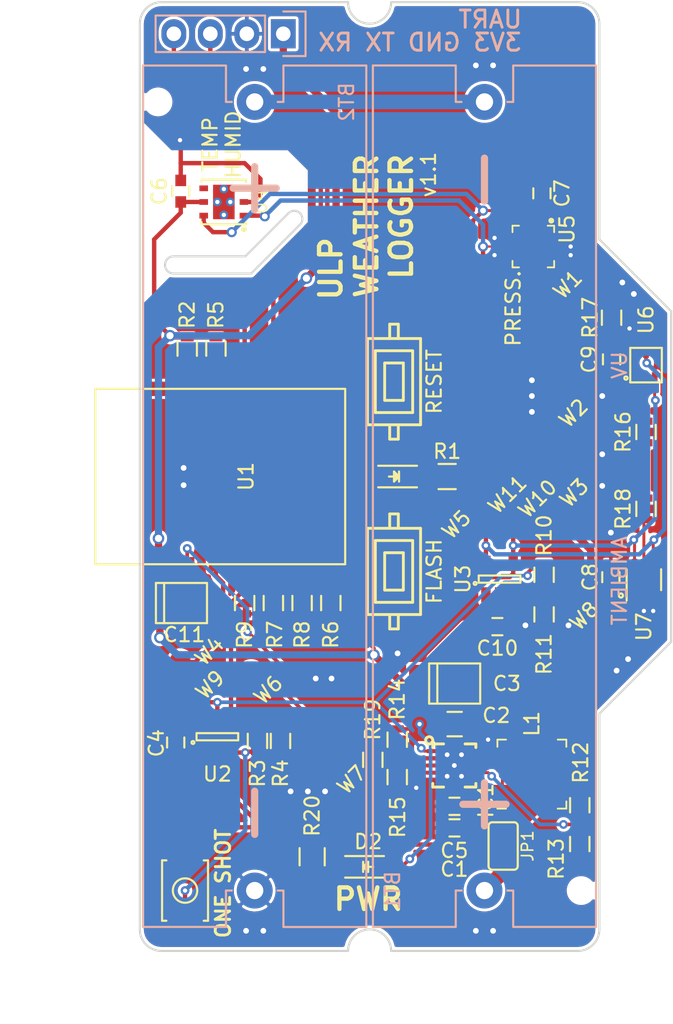
<source format=kicad_pcb>
(kicad_pcb (version 4) (host pcbnew 4.0.5)
  (title_block (title "Ultra Low Power Weather Logger (ESP8266)") (date 2017-01-16) (rev 1.1) (company @hamityanik) (comment 1 "M. Hamit YANIK"))
  (layers (0 F.Cu signal) (31 B.Cu signal) (34 B.Paste user) (35 F.Paste user) (36 B.SilkS user) (37 F.SilkS user) (38 B.Mask user) (39 F.Mask user) (44 Edge.Cuts user))
  (net 0 "")
  (net 1 +BATT)
  (net 2 "Net-(BT1-Pad2)")
  (net 3 GND)
  (net 4 +3V3)
  (net 5 /L)
  (net 6 "Net-(D1-Pad1)")
  (net 7 "Net-(IC1-Pad9)")
  (net 8 /LOWBATT)
  (net 9 /TX)
  (net 10 /RX)
  (net 11 "Net-(R2-Pad2)")
  (net 12 "Net-(R5-Pad2)")
  (net 13 /SDA)
  (net 14 /SCL)
  (net 15 /DONE)
  (net 16 /BATT_VOUT)
  (net 17 "Net-(R16-Pad2)")
  (net 18 "Net-(R17-Pad2)")
  (net 19 "Net-(R18-Pad2)")
  (net 20 "Net-(U1-Pad7)")
  (net 21 "Net-(U4-PadPAD)")
  (net 22 "Net-(U5-Pad7)")
  (net 23 /DRVn)
  (net 24 /M_DRV)
  (net 25 "Net-(D2-Pad1)")
  (net 26 /GPIO_12)
  (net 27 /LBI)
  (net 28 /FB)
  (module footprints:Via_0.3mm (layer F.Cu) (at 157.25 137.65)
    (fp_text reference REF** hide)
    (fp_text value Via_0.4mm)
    (pad 1 thru_hole circle (at 0 0) (size 0.6048 0.6048) (drill 0.3) (layers *.Cu) (net 3 GND))
  )
  (module footprints:Via_0.4mm (layer F.Cu) (at 155.95 128.3)
    (fp_text reference REF** hide)
    (fp_text value Via_0.4mm)
    (pad 1 thru_hole circle (at 0 0) (size 0.7048 0.7048) (drill 0.4) (layers *.Cu) (net 3 GND))
  )
  (module footprints:Via_0.4mm (layer F.Cu) (at 171.6 102.5 90)
    (fp_text reference REF** hide)
    (fp_text value Via_0.4mm)
    (pad 1 thru_hole circle (at 0 0 90) (size 0.7048 0.7048) (drill 0.4) (layers *.Cu) (net 3 GND))
  )
  (module footprints:Via_0.4mm (layer F.Cu) (at 172.400001 103.3 90)
    (fp_text reference REF** hide)
    (fp_text value Via_0.4mm)
    (pad 1 thru_hole circle (at 0 0 90) (size 0.7048 0.7048) (drill 0.4) (layers *.Cu) (net 3 GND))
  )
  (module footprints:Via_0.4mm (layer F.Cu) (at 151.35 130.05)
    (fp_text reference REF** hide)
    (fp_text value Via_0.4mm hide)
    (pad 1 thru_hole circle (at 0 0) (size 0.7048 0.7048) (drill 0.4) (layers *.Cu) (net 3 GND))
  )
  (module footprints:Via_0.4mm (layer F.Cu) (at 150.25 130.05)
    (fp_text reference REF** hide)
    (fp_text value Via_0.4mm)
    (pad 1 thru_hole circle (at 0 0) (size 0.7048 0.7048) (drill 0.4) (layers *.Cu) (net 3 GND))
  )
  (module footprints:ST_LPS25HB (layer F.Cu) (at 165.4 100 270)
    (fp_text reference U5 (at -1.2 -2.35 450) (layer F.SilkS))
    (fp_text value LPS25HB)
    (pad 1 smd oval (at -1.1 -0.3 270) (size 0.8 0.35) (layers F.Cu F.Paste F.Mask) (net 4 +3V3))
    (pad 2 smd oval (at -1.1 0.3 270) (size 0.8 0.35) (layers F.Cu F.Paste F.Mask) (net 14 /SCL))
    (pad 6 smd oval (at 1.1 0.3 270) (size 0.8 0.35) (layers F.Cu F.Paste F.Mask) (net 4 +3V3))
    (pad 7 smd oval (at 1.1 -0.3 270) (size 0.8 0.35) (layers F.Cu F.Paste F.Mask) (net 22 "Net-(U5-Pad7)"))
    (pad 3 smd oval (at -0.6 1.1) (size 0.8 0.35) (layers F.Cu F.Paste F.Mask) (net 3 GND))
    (pad 4 smd oval (at 0 1.1) (size 0.8 0.35) (layers F.Cu F.Paste F.Mask) (net 13 /SDA))
    (pad 5 smd oval (at 0.6 1.1) (size 0.8 0.35) (layers F.Cu F.Paste F.Mask) (net 3 GND))
    (pad 8 smd oval (at 0.6 -1.1) (size 0.8 0.35) (layers F.Cu F.Paste F.Mask) (net 3 GND))
    (pad 9 smd oval (at 0 -1.1) (size 0.8 0.35) (layers F.Cu F.Paste F.Mask) (net 3 GND))
    (pad 10 smd oval (at -0.6 -1.1) (size 0.8 0.35) (layers F.Cu F.Paste F.Mask) (net 4 +3V3))
  )
  (module footprints:Via_0.4mm (layer F.Cu) (at 164.85 126.35)
    (fp_text reference REF** hide)
    (fp_text value Via_0.4mm hide)
    (pad 1 thru_hole circle (at 0 0) (size 0.7048 0.7048) (drill 0.4) (layers *.Cu) (net 3 GND))
  )
  (module footprints:Via_0.4mm (layer F.Cu) (at 167.85 126.35)
    (fp_text reference REF** hide)
    (fp_text value Via_0.4mm)
    (pad 1 thru_hole circle (at 0 0) (size 0.7048 0.7048) (drill 0.4) (layers *.Cu) (net 3 GND))
  )
  (module footprints:Via_0.4mm (layer F.Cu) (at 170.8 119.9)
    (fp_text reference REF** hide)
    (fp_text value Via_0.4mm hide)
    (pad 1 thru_hole circle (at 0 0) (size 0.7048 0.7048) (drill 0.4) (layers *.Cu) (net 3 GND))
  )
  (module footprints:Via_0.4mm (layer F.Cu) (at 145.4 87.65)
    (fp_text reference REF** hide)
    (fp_text value Via_0.4mm)
    (pad 1 thru_hole circle (at 0 0) (size 0.7048 0.7048) (drill 0.4) (layers *.Cu) (net 3 GND))
  )
  (module footprints:Via_0.4mm (layer F.Cu) (at 150.9 137.9)
    (fp_text reference REF** hide)
    (fp_text value Via_0.4mm hide)
    (pad 1 thru_hole circle (at 0 0) (size 0.7048 0.7048) (drill 0.4) (layers *.Cu) (net 3 GND))
  )
  (module footprints:Via_0.4mm (layer F.Cu) (at 170.2 116.65)
    (fp_text reference REF** hide)
    (fp_text value Via_0.4mm hide)
    (pad 1 thru_hole circle (at 0 0) (size 0.7048 0.7048) (drill 0.4) (layers *.Cu) (net 3 GND))
  )
  (module footprints:Via_0.4mm (layer F.Cu) (at 146.6 87.65)
    (fp_text reference REF** hide)
    (fp_text value Via_0.4mm)
    (pad 1 thru_hole circle (at 0 0) (size 0.7048 0.7048) (drill 0.4) (layers *.Cu) (net 3 GND))
  )
  (module footprints:Via_0.4mm (layer F.Cu) (at 141.05 116.6 90)
    (fp_text reference REF** hide)
    (fp_text value Via_0.4mm)
    (pad 1 thru_hole circle (at 0 0 90) (size 0.7048 0.7048) (drill 0.4) (layers *.Cu) (net 3 GND))
  )
  (module footprints:Via_0.4mm (layer F.Cu) (at 141.05 115.4 90)
    (fp_text reference REF** hide)
    (fp_text value Via_0.4mm)
    (pad 1 thru_hole circle (at 0 0 90) (size 0.7048 0.7048) (drill 0.4) (layers *.Cu) (net 3 GND))
  )
  (module footprints:Via_0.4mm (layer F.Cu) (at 162.6 87.4)
    (fp_text reference REF** hide)
    (fp_text value Via_0.4mm)
    (pad 1 thru_hole circle (at 0 0) (size 0.7048 0.7048) (drill 0.4) (layers *.Cu) (net 3 GND))
  )
  (module footprints:Via_0.4mm (layer F.Cu) (at 161.4 87.4)
    (fp_text reference REF** hide)
    (fp_text value Via_0.4mm)
    (pad 1 thru_hole circle (at 0 0) (size 0.7048 0.7048) (drill 0.4) (layers *.Cu) (net 3 GND))
  )
  (module footprints:Via_0.4mm (layer F.Cu) (at 162.6 147.6)
    (fp_text reference REF** hide)
    (fp_text value Via_0.4mm hide)
    (pad 1 thru_hole circle (at 0 0) (size 0.7048 0.7048) (drill 0.4) (layers *.Cu) (net 3 GND))
  )
  (module footprints:Via_0.4mm (layer F.Cu) (at 161.4 147.6)
    (fp_text reference REF** hide)
    (fp_text value Via_0.4mm hide)
    (pad 1 thru_hole circle (at 0 0) (size 0.7048 0.7048) (drill 0.4) (layers *.Cu) (net 3 GND))
  )
  (module footprints:Via_0.4mm (layer F.Cu) (at 146.6 147.6)
    (fp_text reference REF** hide)
    (fp_text value Via_0.4mm hide)
    (pad 1 thru_hole circle (at 0 0) (size 0.7048 0.7048) (drill 0.4) (layers *.Cu) (net 3 GND))
  )
  (module footprints:Via_0.4mm (layer F.Cu) (at 145.4 147.6)
    (fp_text reference REF** hide)
    (fp_text value Via_0.4mm hide)
    (pad 1 thru_hole circle (at 0 0) (size 0.7048 0.7048) (drill 0.4) (layers *.Cu) (net 3 GND))
  )
  (module footprints:Via_0.4mm (layer F.Cu) (at 149.7 137.9)
    (fp_text reference REF** hide)
    (fp_text value Via_0.4mm hide)
    (pad 1 thru_hole circle (at 0 0) (size 0.7048 0.7048) (drill 0.4) (layers *.Cu) (net 3 GND))
  )
  (module footprints:Via_0.4mm (layer F.Cu) (at 148.5 137.9)
    (fp_text reference REF** hide)
    (fp_text value Via_0.4mm hide)
    (pad 1 thru_hole circle (at 0 0) (size 0.7048 0.7048) (drill 0.4) (layers *.Cu) (net 3 GND))
  )
  (module footprints:Via_0.4mm (layer F.Cu) (at 172 128.7)
    (fp_text reference REF** hide)
    (fp_text value Via_0.4mm hide)
    (pad 1 thru_hole circle (at 0 0) (size 0.7048 0.7048) (drill 0.4) (layers *.Cu) (net 3 GND))
  )
  (module footprints:Via_0.4mm (layer F.Cu) (at 171.2 129.5)
    (fp_text reference REF** hide)
    (fp_text value Via_0.4mm hide)
    (pad 1 thru_hole circle (at 0 0) (size 0.7048 0.7048) (drill 0.4) (layers *.Cu) (net 3 GND))
  )
  (module footprints:Via_0.4mm (layer F.Cu) (at 170.2 114.45)
    (fp_text reference REF** hide)
    (fp_text value Via_0.4mm)
    (pad 1 thru_hole circle (at 0 0) (size 0.7048 0.7048) (drill 0.4) (layers *.Cu) (net 3 GND))
  )
  (module footprints:Via_0.4mm (layer F.Cu) (at 170.2 110.4)
    (fp_text reference REF** hide)
    (fp_text value Via_0.4mm)
    (pad 1 thru_hole circle (at 0 0) (size 0.7048 0.7048) (drill 0.4) (layers *.Cu) (net 3 GND))
  )
  (module footprints:Via_0.4mm (layer F.Cu) (at 165.3 111.5)
    (fp_text reference REF** hide)
    (fp_text value Via_0.4mm)
    (pad 1 thru_hole circle (at 0 0) (size 0.7048 0.7048) (drill 0.4) (layers *.Cu) (net 3 GND))
  )
  (module footprints:Via_0.4mm (layer F.Cu) (at 165.3 110.4)
    (fp_text reference REF** hide)
    (fp_text value Via_0.4mm)
    (pad 1 thru_hole circle (at 0 0) (size 0.7048 0.7048) (drill 0.4) (layers *.Cu) (net 3 GND))
  )
  (module footprints:R_0603 (layer F.Cu) (at 168.635295 138.863255 270)
    (fp_text reference R12 (at -2.963255 -0.064705 270) (layer F.SilkS))
    (fp_text value DNP)
    (pad 1 smd rect (at -0.75 0 270) (size 0.5 0.9) (layers F.Cu F.Paste F.Mask) (net 1 +BATT))
    (pad 2 smd rect (at 0.75 0 270) (size 0.5 0.9) (layers F.Cu F.Paste F.Mask) (net 27 /LBI))
  )
  (module footprints:C_0805 (layer F.Cu) (at 159.923595 133.220434)
    (fp_text reference C2 (at 2.9 -0.6) (layer F.SilkS))
    (fp_text value 2.2uF)
    (pad 1 smd rect (at -1 0) (size 1 1.25) (layers F.Cu F.Paste F.Mask) (net 4 +3V3))
    (pad 2 smd rect (at 1 0) (size 1 1.25) (layers F.Cu F.Paste F.Mask) (net 3 GND))
  )
  (module footprints:TantalC_SizeB_EIA-3528_Reflow (layer F.Cu) (at 159.923594 130.4 180)
    (fp_text reference C3 (at -3.635295 0 180) (layer F.SilkS))
    (fp_text value 100uF)
    (pad 1 smd rect (at 1.524 0 180) (size 1.95072 2.49936) (layers F.Cu F.Paste F.Mask) (net 4 +3V3))
    (pad 2 smd rect (at -1.524 0 180) (size 1.95072 2.49936) (layers F.Cu F.Paste F.Mask) (net 3 GND))
  )
  (module footprints:LED_0805 (layer F.Cu) (at 155.7 116 180)
    (fp_text reference D1 hide)
    (fp_text value Hearthbeat)
    (pad 2 smd rect (at 1.04902 0) (size 1.19888 1.19888) (layers F.Cu F.Paste F.Mask) (net 5 /L))
    (pad 1 smd rect (at -1.04902 0) (size 1.19888 1.19888) (layers F.Cu F.Paste F.Mask) (net 6 "Net-(D1-Pad1)"))
  )
  (module footprints:Tayo_Yuden_NR40xx (layer F.Cu) (at 165.3 136.7 90)
    (fp_text reference L1 (at 3.5 0 270) (layer F.SilkS))
    (fp_text value 6.8uH)
    (pad 1 smd rect (at -1.4 0 90) (size 1.2 3.7) (layers F.Cu F.Paste F.Mask) (net 1 +BATT))
    (pad 2 smd rect (at 1.4 0 90) (size 1.2 3.7) (layers F.Cu F.Paste F.Mask) (net 7 "Net-(IC1-Pad9)"))
  )
  (module footprints:Pin_Header_Straight_1x04 (layer B.Cu) (at 147.990001 85.2 90)
    (fp_text reference P1 hide)
    (fp_text value CONN_01X04)
    (pad 1 thru_hole rect (at 0 0 90) (size 2.032 1.7272) (drill 1.016) (layers *.Cu *.Mask) (net 4 +3V3))
    (pad 2 thru_hole oval (at 0 -2.54 90) (size 2.032 1.7272) (drill 1.016) (layers *.Cu *.Mask) (net 3 GND))
    (pad 3 thru_hole oval (at 0 -5.08 90) (size 2.032 1.7272) (drill 1.016) (layers *.Cu *.Mask) (net 9 /TX))
    (pad 4 thru_hole oval (at 0 -7.62 90) (size 2.032 1.7272) (drill 1.016) (layers *.Cu *.Mask) (net 10 /RX))
  )
  (module footprints:R_0805 (layer F.Cu) (at 159.4 116)
    (fp_text reference R1 (at -0.000001 -1.750001 180) (layer F.SilkS))
    (fp_text value 1k)
    (pad 1 smd rect (at -0.95 0) (size 0.7 1.3) (layers F.Cu F.Paste F.Mask) (net 6 "Net-(D1-Pad1)"))
    (pad 2 smd rect (at 0.95 0) (size 0.7 1.3) (layers F.Cu F.Paste F.Mask) (net 3 GND))
  )
  (module footprints:R_0603 (layer F.Cu) (at 146.191594 134.390822 90)
    (fp_text reference R3 (at -2.25918 0.008406 90) (layer F.SilkS))
    (fp_text value 140k)
    (pad 1 smd rect (at -0.75 0 90) (size 0.5 0.9) (layers F.Cu F.Paste F.Mask) (net 24 /M_DRV))
    (pad 2 smd rect (at 0.75 0 90) (size 0.5 0.9) (layers F.Cu F.Paste F.Mask) (net 3 GND))
  )
  (module footprints:R_0603 (layer F.Cu) (at 147.796593 134.394153 90)
    (fp_text reference R4 (at -2.255848 0.003406 90) (layer F.SilkS))
    (fp_text value 174k)
    (pad 1 smd rect (at -0.75 0 90) (size 0.5 0.9) (layers F.Cu F.Paste F.Mask) (net 24 /M_DRV))
    (pad 2 smd rect (at 0.75 0 90) (size 0.5 0.9) (layers F.Cu F.Paste F.Mask) (net 3 GND))
  )
  (module footprints:R_0603 (layer F.Cu) (at 143.3 107.099999 270)
    (fp_text reference R5 (at -2.349999 0 450) (layer F.SilkS))
    (fp_text value 10k)
    (pad 1 smd rect (at -0.75 0 270) (size 0.5 0.9) (layers F.Cu F.Paste F.Mask) (net 4 +3V3))
    (pad 2 smd rect (at 0.75 0 270) (size 0.5 0.9) (layers F.Cu F.Paste F.Mask) (net 12 "Net-(R5-Pad2)"))
  )
  (module footprints:R_0603 (layer F.Cu) (at 151.3 124.800001 90)
    (fp_text reference R6 (at -2.2 0 90) (layer F.SilkS))
    (fp_text value 10k)
    (pad 1 smd rect (at -0.75 0 90) (size 0.5 0.9) (layers F.Cu F.Paste F.Mask) (net 4 +3V3))
    (pad 2 smd rect (at 0.75 0 90) (size 0.5 0.9) (layers F.Cu F.Paste F.Mask) (net 13 /SDA))
  )
  (module footprints:R_0603 (layer F.Cu) (at 147.299999 124.799999 270)
    (fp_text reference R7 (at 2.2 -0.1 270) (layer F.SilkS))
    (fp_text value 10k)
    (pad 1 smd rect (at -0.75 0 270) (size 0.5 0.9) (layers F.Cu F.Paste F.Mask) (net 5 /L))
    (pad 2 smd rect (at 0.75 0 270) (size 0.5 0.9) (layers F.Cu F.Paste F.Mask) (net 3 GND))
  )
  (module footprints:R_0603 (layer F.Cu) (at 149.299999 124.799999 90)
    (fp_text reference R8 (at -2.2 0 90) (layer F.SilkS))
    (fp_text value 10k)
    (pad 1 smd rect (at -0.75 0 90) (size 0.5 0.9) (layers F.Cu F.Paste F.Mask) (net 4 +3V3))
    (pad 2 smd rect (at 0.75 0 90) (size 0.5 0.9) (layers F.Cu F.Paste F.Mask) (net 14 /SCL))
  )
  (module footprints:R_0603 (layer F.Cu) (at 145.299999 124.8 270)
    (fp_text reference R9 (at 2.2 0 270) (layer F.SilkS))
    (fp_text value 10k)
    (pad 1 smd rect (at -0.75 0 270) (size 0.5 0.9) (layers F.Cu F.Paste F.Mask) (net 15 /DONE))
    (pad 2 smd rect (at 0.75 0 270) (size 0.5 0.9) (layers F.Cu F.Paste F.Mask) (net 3 GND))
  )
  (module footprints:R_0603 (layer F.Cu) (at 166.150001 122.834457 270)
    (fp_text reference R10 (at -2.734457 0.000001 270) (layer F.SilkS))
    (fp_text value 1k)
    (pad 1 smd rect (at -0.75 0 270) (size 0.5 0.9) (layers F.Cu F.Paste F.Mask) (net 23 /DRVn))
    (pad 2 smd rect (at 0.75 0 270) (size 0.5 0.9) (layers F.Cu F.Paste F.Mask) (net 16 /BATT_VOUT))
  )
  (module footprints:R_0603 (layer F.Cu) (at 166.15 125.591237 270)
    (fp_text reference R11 (at 2.758763 0 270) (layer F.SilkS))
    (fp_text value 390k)
    (pad 1 smd rect (at -0.75 0 270) (size 0.5 0.9) (layers F.Cu F.Paste F.Mask) (net 16 /BATT_VOUT))
    (pad 2 smd rect (at 0.75 0 270) (size 0.5 0.9) (layers F.Cu F.Paste F.Mask) (net 3 GND))
  )
  (module footprints:R_0603 (layer F.Cu) (at 168.635294 141.563253 270)
    (fp_text reference R13 (at 1.036747 1.635294 270) (layer F.SilkS))
    (fp_text value 0R)
    (pad 1 smd rect (at -0.75 0 270) (size 0.5 0.9) (layers F.Cu F.Paste F.Mask) (net 27 /LBI))
    (pad 2 smd rect (at 0.75 0 270) (size 0.5 0.9) (layers F.Cu F.Paste F.Mask) (net 3 GND))
  )
  (module footprints:R_0603 (layer F.Cu) (at 155.923594 134.307179 270)
    (fp_text reference R14 (at -2.8 0 270) (layer F.SilkS))
    (fp_text value 0R)
    (pad 1 smd rect (at -0.75 0 270) (size 0.5 0.9) (layers F.Cu F.Paste F.Mask) (net 4 +3V3))
    (pad 2 smd rect (at 0.75 0 270) (size 0.5 0.9) (layers F.Cu F.Paste F.Mask) (net 28 /FB))
  )
  (module footprints:R_0603 (layer F.Cu) (at 155.923594 136.907178 270)
    (fp_text reference R15 (at 2.792822 -0.035294 270) (layer F.SilkS))
    (fp_text value DNP)
    (pad 1 smd rect (at -0.75 0 270) (size 0.5 0.9) (layers F.Cu F.Paste F.Mask) (net 28 /FB))
    (pad 2 smd rect (at 0.75 0 270) (size 0.5 0.9) (layers F.Cu F.Paste F.Mask) (net 3 GND))
  )
  (module footprints:R_0603 (layer F.Cu) (at 173.25 112.9 90)
    (fp_text reference R16 (at 0 -1.6 90) (layer F.SilkS))
    (fp_text value 10k)
    (pad 1 smd rect (at -0.75 0 90) (size 0.5 0.9) (layers F.Cu F.Paste F.Mask) (net 4 +3V3))
    (pad 2 smd rect (at 0.75 0 90) (size 0.5 0.9) (layers F.Cu F.Paste F.Mask) (net 17 "Net-(R16-Pad2)"))
  )
  (module footprints:R_0603 (layer F.Cu) (at 170.85 104.95 90)
    (fp_text reference R17 (at 0 -1.5 90) (layer F.SilkS))
    (fp_text value 270k)
    (pad 1 smd rect (at -0.75 0 90) (size 0.5 0.9) (layers F.Cu F.Paste F.Mask) (net 3 GND))
    (pad 2 smd rect (at 0.75 0 90) (size 0.5 0.9) (layers F.Cu F.Paste F.Mask) (net 18 "Net-(R17-Pad2)"))
  )
  (module footprints:R_0603 (layer F.Cu) (at 173.249999 118.249999 270)
    (fp_text reference R18 (at 0.000001 1.599999 270) (layer F.SilkS))
    (fp_text value 10k)
    (pad 1 smd rect (at -0.75 0 270) (size 0.5 0.9) (layers F.Cu F.Paste F.Mask) (net 4 +3V3))
    (pad 2 smd rect (at 0.75 0 270) (size 0.5 0.9) (layers F.Cu F.Paste F.Mask) (net 19 "Net-(R18-Pad2)"))
  )
  (module footprints:SOT-23-6 (layer F.Cu) (at 143.4 134.1 90)
    (fp_text reference U2 (at -2.6 0 180) (layer F.SilkS))
    (fp_text value TPL5111)
    (pad 1 smd rect (at -1.1 -0.95 90) (size 1.06 0.65) (layers F.Cu F.Paste F.Mask) (net 1 +BATT))
    (pad 2 smd rect (at -1.1 0 90) (size 1.06 0.65) (layers F.Cu F.Paste F.Mask) (net 3 GND))
    (pad 3 smd rect (at -1.1 0.95 90) (size 1.06 0.65) (layers F.Cu F.Paste F.Mask) (net 24 /M_DRV))
    (pad 4 smd rect (at 1.1 0.95 90) (size 1.06 0.65) (layers F.Cu F.Paste F.Mask) (net 15 /DONE))
    (pad 6 smd rect (at 1.1 -0.95 90) (size 1.06 0.65) (layers F.Cu F.Paste F.Mask) (net 1 +BATT))
    (pad 5 smd rect (at 1.1 0 90) (size 1.06 0.65) (layers F.Cu F.Paste F.Mask) (net 23 /DRVn))
  )
  (module footprints:SOT-23-5 (layer F.Cu) (at 163.050001 123.134457 90)
    (fp_text reference U3 (at 0 -2.55 90) (layer F.SilkS))
    (fp_text value MCP3021)
    (pad 1 smd rect (at -1.1 -0.95 90) (size 1.06 0.65) (layers F.Cu F.Paste F.Mask) (net 4 +3V3))
    (pad 2 smd rect (at -1.1 0 90) (size 1.06 0.65) (layers F.Cu F.Paste F.Mask) (net 3 GND))
    (pad 3 smd rect (at -1.1 0.95 90) (size 1.06 0.65) (layers F.Cu F.Paste F.Mask) (net 16 /BATT_VOUT))
    (pad 4 smd rect (at 1.1 0.95 90) (size 1.06 0.65) (layers F.Cu F.Paste F.Mask) (net 13 /SDA))
    (pad 5 smd rect (at 1.1 -0.95 90) (size 1.06 0.65) (layers F.Cu F.Paste F.Mask) (net 14 /SCL))
  )
  (module footprints:TantalC_SizeB_EIA-3528_Reflow (layer F.Cu) (at 140.899999 124.799999 180)
    (fp_text reference C11 (at -0.200001 -2.200001 180) (layer F.SilkS))
    (fp_text value 100uF)
    (pad 1 smd rect (at 1.524 0 180) (size 1.95072 2.49936) (layers F.Cu F.Paste F.Mask) (net 4 +3V3))
    (pad 2 smd rect (at -1.524 0 180) (size 1.95072 2.49936) (layers F.Cu F.Paste F.Mask) (net 3 GND))
  )
  (module footprints:C_0603 (layer F.Cu) (at 159.908888 140.440433 180)
    (fp_text reference C1 (at 0.008888 -2.879567 180) (layer F.SilkS))
    (fp_text value 10uF)
    (pad 1 smd rect (at -0.75 0 180) (size 0.8 0.75) (layers F.Cu F.Paste F.Mask) (net 1 +BATT))
    (pad 2 smd rect (at 0.75 0 180) (size 0.8 0.75) (layers F.Cu F.Paste F.Mask) (net 3 GND))
  )
  (module footprints:R_0603 (layer F.Cu) (at 154.223594 135.707179 270)
    (fp_text reference R19 (at -2.8 0 270) (layer F.SilkS))
    (fp_text value 1M)
    (pad 1 smd rect (at -0.75 0 270) (size 0.5 0.9) (layers F.Cu F.Paste F.Mask) (net 4 +3V3))
    (pad 2 smd rect (at 0.75 0 270) (size 0.5 0.9) (layers F.Cu F.Paste F.Mask) (net 8 /LOWBATT))
  )
  (module footprints:C_0603 (layer F.Cu) (at 140.5 134.5 90)
    (fp_text reference C4 (at -0.05 -1.35 90) (layer F.SilkS))
    (fp_text value 0.1uF)
    (pad 1 smd rect (at -0.75 0 90) (size 0.8 0.75) (layers F.Cu F.Paste F.Mask) (net 1 +BATT))
    (pad 2 smd rect (at 0.75 0 90) (size 0.8 0.75) (layers F.Cu F.Paste F.Mask) (net 3 GND))
  )
  (module footprints:C_0603 (layer F.Cu) (at 159.908888 138.940438 180)
    (fp_text reference C5 (at 0.008888 -3.079562 180) (layer F.SilkS))
    (fp_text value 0.1uF)
    (pad 1 smd rect (at -0.75 0 180) (size 0.8 0.75) (layers F.Cu F.Paste F.Mask) (net 1 +BATT))
    (pad 2 smd rect (at 0.75 0 180) (size 0.8 0.75) (layers F.Cu F.Paste F.Mask) (net 3 GND))
  )
  (module footprints:C_0603 (layer F.Cu) (at 140.85 96.15 90)
    (fp_text reference C6 (at 0 -1.5 90) (layer F.SilkS))
    (fp_text value 0.1uF)
    (pad 1 smd rect (at -0.75 0 90) (size 0.8 0.75) (layers F.Cu F.Paste F.Mask) (net 4 +3V3))
    (pad 2 smd rect (at 0.75 0 90) (size 0.8 0.75) (layers F.Cu F.Paste F.Mask) (net 3 GND))
  )
  (module footprints:C_0603 (layer F.Cu) (at 166 96.3 90)
    (fp_text reference C7 (at 0 1.4 90) (layer F.SilkS))
    (fp_text value 0.1uF)
    (pad 1 smd rect (at -0.75 0 90) (size 0.8 0.75) (layers F.Cu F.Paste F.Mask) (net 4 +3V3))
    (pad 2 smd rect (at 0.75 0 90) (size 0.8 0.75) (layers F.Cu F.Paste F.Mask) (net 3 GND))
  )
  (module footprints:C_0603 (layer F.Cu) (at 170.8 123 90)
    (fp_text reference C8 (at 0 -1.45 90) (layer F.SilkS))
    (fp_text value 0.1uF)
    (pad 1 smd rect (at -0.75 0 90) (size 0.8 0.75) (layers F.Cu F.Paste F.Mask) (net 4 +3V3))
    (pad 2 smd rect (at 0.75 0 90) (size 0.8 0.75) (layers F.Cu F.Paste F.Mask) (net 3 GND))
  )
  (module footprints:C_0603 (layer F.Cu) (at 170.850002 107.85 270)
    (fp_text reference C9 (at 0 1.550002 270) (layer F.SilkS))
    (fp_text value 0.1uF)
    (pad 1 smd rect (at -0.75 0 270) (size 0.8 0.75) (layers F.Cu F.Paste F.Mask) (net 4 +3V3))
    (pad 2 smd rect (at 0.75 0 270) (size 0.8 0.75) (layers F.Cu F.Paste F.Mask) (net 3 GND))
  )
  (module footprints:C_0603 (layer F.Cu) (at 162.900001 126.441239)
    (fp_text reference C10 (at 0 1.5) (layer F.SilkS))
    (fp_text value 0.1uF)
    (pad 1 smd rect (at -0.75 0) (size 0.8 0.75) (layers F.Cu F.Paste F.Mask) (net 4 +3V3))
    (pad 2 smd rect (at 0.75 0) (size 0.8 0.75) (layers F.Cu F.Paste F.Mask) (net 3 GND))
  )
  (module footprints:Tact_Switch_Top_PTS820 (layer F.Cu) (at 141.15 144.8)
    (fp_text reference SW3)
    (fp_text value M_DRV)
    (pad 1 smd rect (at 0 -2.55 270) (size 0.8 1.7) (layers F.Cu F.Paste F.Mask) (net 1 +BATT))
    (pad 2 smd rect (at 0 2.55 270) (size 0.8 1.7) (layers F.Cu F.Paste F.Mask) (net 24 /M_DRV))
  )
  (module footprints:LED_0805 (layer F.Cu) (at 153.9 143.15)
    (fp_text reference D2 (at 0 -1.75) (layer F.SilkS))
    (fp_text value PWR)
    (pad 2 smd rect (at 1.04902 0 180) (size 1.19888 1.19888) (layers F.Cu F.Paste F.Mask) (net 4 +3V3))
    (pad 1 smd rect (at -1.04902 0 180) (size 1.19888 1.19888) (layers F.Cu F.Paste F.Mask) (net 25 "Net-(D2-Pad1)"))
  )
  (module footprints:R_0805 (layer F.Cu) (at 150.000001 142.450001 90)
    (fp_text reference R20 (at 2.850001 -0.000001 90) (layer F.SilkS))
    (fp_text value 1k)
    (pad 1 smd rect (at -0.95 0 90) (size 0.7 1.3) (layers F.Cu F.Paste F.Mask) (net 25 "Net-(D2-Pad1)"))
    (pad 2 smd rect (at 0.95 0 90) (size 0.7 1.3) (layers F.Cu F.Paste F.Mask) (net 3 GND))
  )
  (module footprints:Measurement_Point_Round-SMD-Pad_Small (layer F.Cu) (at 158.5 118.6)
    (fp_text reference W5 (at 1.55 0.75 225) (layer F.SilkS))
    (fp_text value L)
    (pad 1 smd circle (at 0 0) (size 1.5 1.5) (layers F.Cu F.Mask) (net 5 /L))
  )
  (module footprints:Measurement_Point_Round-SMD-Pad_Small (layer F.Cu) (at 145.750001 129.65)
    (fp_text reference W6 (at 1.199999 1.2 45) (layer F.SilkS))
    (fp_text value DONE)
    (pad 1 smd circle (at 0 0) (size 1.5 1.5) (layers F.Cu F.Mask) (net 15 /DONE))
  )
  (module footprints:Measurement_Point_Round-SMD-Pad_Small (layer F.Cu) (at 153.95 138.3 180)
    (fp_text reference W7 (at 1.2 1.2 225) (layer F.SilkS))
    (fp_text value LOWBATT)
    (pad 1 smd circle (at 0 0 180) (size 1.5 1.5) (layers F.Cu F.Mask) (net 8 /LOWBATT))
  )
  (module footprints:Measurement_Point_Round-SMD-Pad_Small (layer F.Cu) (at 168.1 124.2)
    (fp_text reference W8 (at 0.85 1.5 45) (layer F.SilkS))
    (fp_text value BATT_VOUT)
    (pad 1 smd circle (at 0 0) (size 1.5 1.5) (layers F.Cu F.Mask) (net 16 /BATT_VOUT))
  )
  (module footprints:Measurement_Point_Round-SMD-Pad_Small (layer F.Cu) (at 140.85 131.35)
    (fp_text reference W9 (at 2.05 -0.85 45) (layer F.SilkS))
    (fp_text value DRVn)
    (pad 1 smd circle (at 0 0) (size 1.5 1.5) (layers F.Cu F.Mask) (net 23 /DRVn))
  )
  (module footprints:Measurement_Point_Round-SMD-Pad_Small (layer F.Cu) (at 164.05 119.4)
    (fp_text reference W10 (at 1.65 -1.85 225) (layer F.SilkS))
    (fp_text value SDA)
    (pad 1 smd circle (at 0 0) (size 1.5 1.5) (layers F.Cu F.Mask) (net 13 /SDA))
  )
  (module footprints:Measurement_Point_Round-SMD-Pad_Small (layer F.Cu) (at 162 119.4)
    (fp_text reference W11 (at 1.6 -2.15 45) (layer F.SilkS))
    (fp_text value SCL)
    (pad 1 smd circle (at 0 0) (size 1.5 1.5) (layers F.Cu F.Mask) (net 14 /SCL))
  )
  (module footprints:Measurement_Point_Round-SMD-Pad_Small (layer F.Cu) (at 166.4 104.05 90)
    (fp_text reference W1 (at 1.4 1.4 225) (layer F.SilkS))
    (fp_text value PRES_INT)
    (pad 1 smd circle (at 0 0 90) (size 1.5 1.5) (layers F.Cu F.Mask) (net 22 "Net-(U5-Pad7)"))
  )
  (module footprints:Measurement_Point_Round-SMD-Pad_Small (layer F.Cu) (at 169.400001 118.300001 90)
    (fp_text reference W3 (at 1.150001 -1.150001 225) (layer F.SilkS))
    (fp_text value AMB_INT)
    (pad 1 smd circle (at 0 0 90) (size 1.5 1.5) (layers F.Cu F.Mask) (net 19 "Net-(R18-Pad2)"))
  )
  (module footprints:Measurement_Point_Round-SMD-Pad_Small (layer F.Cu) (at 169.400001 112.8 90)
    (fp_text reference W2 (at 1.2 -1.2 225) (layer F.SilkS))
    (fp_text value UV_INT)
    (pad 1 smd circle (at 0 0 90) (size 1.5 1.5) (layers F.Cu F.Mask) (net 17 "Net-(R16-Pad2)"))
  )
  (module footprints:Measurement_Point_Round-SMD-Pad_Small (layer F.Cu) (at 140.8 128.9 180)
    (fp_text reference W4 (at -2.05 0.75 225) (layer F.SilkS))
    (fp_text value GPIO_12)
    (pad 1 smd circle (at 0 0 180) (size 1.5 1.5) (layers F.Cu F.Mask) (net 26 /GPIO_12))
  )
  (module footprints:push-button-SMD-3.7x6.0 (layer F.Cu) (at 155.7 122.6 90)
    (fp_text reference SW1 hide)
    (fp_text value FLASH hide)
    (pad 1 smd rect (at -3.9 0 90) (size 1.5 1.5) (layers F.Cu F.Paste F.Mask) (net 13 /SDA))
    (pad 2 smd rect (at 3.9 0 90) (size 1.5 1.5) (layers F.Cu F.Paste F.Mask) (net 3 GND))
  )
  (module footprints:push-button-SMD-3.7x6.0 (layer F.Cu) (at 155.7 109.4 90)
    (fp_text reference SW2 hide)
    (fp_text value RESET hide)
    (pad 1 smd rect (at -3.9 0 90) (size 1.5 1.5) (layers F.Cu F.Paste F.Mask) (net 12 "Net-(R5-Pad2)"))
    (pad 2 smd rect (at 3.9 0 90) (size 1.5 1.5) (layers F.Cu F.Paste F.Mask) (net 3 GND))
  )
  (module footprints:Via_0.4mm (layer F.Cu) (at 165.3 109.3)
    (fp_text reference REF** hide)
    (fp_text value Via_0.4mm)
    (pad 1 thru_hole circle (at 0 0) (size 0.7048 0.7048) (drill 0.4) (layers *.Cu) (net 3 GND))
  )
  (module footprints:TI_DRC_S-PVSON-N10 (layer F.Cu) (at 159.9 136.1)
    (fp_text reference IC1 (at 2.2 2.45 90) (layer F.SilkS))
    (fp_text value TPS61025 hide)
    (pad 1 smd rect (at -1.5 -1) (size 0.85 0.28) (layers F.Cu F.Paste F.Mask) (net 23 /DRVn))
    (pad 2 smd rect (at -1.5 -0.5) (size 0.85 0.28) (layers F.Cu F.Paste F.Mask) (net 4 +3V3))
    (pad 3 smd rect (at -1.5 0) (size 0.85 0.28) (layers F.Cu F.Paste F.Mask) (net 28 /FB))
    (pad 4 smd rect (at -1.5 0.5) (size 0.85 0.28) (layers F.Cu F.Paste F.Mask) (net 8 /LOWBATT))
    (pad 5 smd rect (at -1.5 1) (size 0.85 0.28) (layers F.Cu F.Paste F.Mask) (net 3 GND))
    (pad 6 smd rect (at 1.5 1) (size 0.85 0.28) (layers F.Cu F.Paste F.Mask) (net 1 +BATT))
    (pad 7 smd rect (at 1.5 0.5) (size 0.85 0.28) (layers F.Cu F.Paste F.Mask) (net 27 /LBI))
    (pad 8 smd rect (at 1.5 0) (size 0.85 0.28) (layers F.Cu F.Paste F.Mask) (net 1 +BATT))
    (pad 9 smd rect (at 1.5 -0.5) (size 0.85 0.28) (layers F.Cu F.Paste F.Mask) (net 7 "Net-(IC1-Pad9)"))
    (pad 10 smd rect (at 1.5 -1) (size 0.85 0.28) (layers F.Cu F.Paste F.Mask) (net 3 GND))
    (pad 0 smd rect (at 0.41148 0.6) (size 0.82296 1.2) (layers F.Cu F.Paste F.Mask) (net 3 GND))
    (pad 0 smd rect (at 0.41148 -0.6) (size 0.82296 1.2) (layers F.Cu F.Paste F.Mask) (net 3 GND))
    (pad 0 smd rect (at -0.41148 -0.6) (size 0.82296 1.2) (layers F.Cu F.Paste F.Mask) (net 3 GND))
    (pad 0 smd rect (at -0.41148 0.6) (size 0.82296 1.2) (layers F.Cu F.Paste F.Mask) (net 3 GND))
    (pad 0 smd rect (at 0.25 -1.55) (size 0.28 0.7) (layers F.Cu F.Paste F.Mask) (net 3 GND))
    (pad 0 smd rect (at -0.25 -1.55) (size 0.28 0.7) (layers F.Cu F.Paste F.Mask) (net 3 GND))
    (pad 0 smd rect (at -0.25 1.55) (size 0.28 0.7) (layers F.Cu F.Paste F.Mask) (net 3 GND))
    (pad 0 smd rect (at 0.25 1.55) (size 0.28 0.7) (layers F.Cu F.Paste F.Mask) (net 3 GND))
    (pad 0 thru_hole circle (at 0 0) (size 0.5842 0.5842) (drill 0.3302) (layers *.Cu *.Mask) (net 3 GND))
    (pad 0 thru_hole circle (at 0.5 -0.75) (size 0.5842 0.5842) (drill 0.3302) (layers *.Cu *.Mask) (net 3 GND))
    (pad 0 thru_hole circle (at -0.5 -0.75) (size 0.5842 0.5842) (drill 0.3302) (layers *.Cu *.Mask) (net 3 GND))
    (pad 0 thru_hole circle (at -0.5 0.75) (size 0.5842 0.5842) (drill 0.3302) (layers *.Cu *.Mask) (net 3 GND))
    (pad 0 thru_hole circle (at 0.5 0.75) (size 0.5842 0.5842) (drill 0.3302) (layers *.Cu *.Mask) (net 3 GND))
  )
  (module footprints:OPLGA6 (layer F.Cu) (at 173.25 108.25 90)
    (fp_text reference U6 (at 3.15 0 90) (layer F.SilkS))
    (fp_text value VEML6070)
    (pad 1 smd rect (at -1.2 -0.6 90) (size 1.4 0.4) (layers F.Cu F.Paste F.Mask) (net 3 GND))
    (pad 2 smd rect (at -1.2 0 90) (size 1.4 0.4) (layers F.Cu F.Paste F.Mask) (net 17 "Net-(R16-Pad2)"))
    (pad 3 smd rect (at -1.2 0.6 90) (size 1.4 0.4) (layers F.Cu F.Paste F.Mask) (net 13 /SDA))
    (pad 4 smd rect (at 1.2 0.6 90) (size 1.4 0.4) (layers F.Cu F.Paste F.Mask) (net 18 "Net-(R17-Pad2)"))
    (pad 5 smd rect (at 1.2 0 90) (size 1.4 0.4) (layers F.Cu F.Paste F.Mask) (net 14 /SCL))
    (pad 6 smd rect (at 1.2 -0.6 90) (size 1.4 0.4) (layers F.Cu F.Paste F.Mask) (net 4 +3V3))
  )
  (module footprints:WDFN-6_2x2mm_Pitch0.65mm (layer F.Cu) (at 173.1 123.176667 90)
    (fp_text reference U7 (at -3.273333 0 90) (layer F.SilkS))
    (fp_text value TSL2561)
    (pad 1 smd rect (at -0.8 -0.65 90) (size 1.3 0.4) (layers F.Cu F.Paste F.Mask) (net 4 +3V3))
    (pad 2 smd rect (at -0.8 0 90) (size 1.3 0.4) (layers F.Cu F.Paste F.Mask) (net 3 GND))
    (pad 3 smd rect (at -0.8 0.65 90) (size 1.3 0.4) (layers F.Cu F.Paste F.Mask) (net 3 GND))
    (pad 4 smd rect (at 0.8 0.65 90) (size 1.3 0.4) (layers F.Cu F.Paste F.Mask) (net 14 /SCL))
    (pad 5 smd rect (at 0.8 0 90) (size 1.3 0.4) (layers F.Cu F.Paste F.Mask) (net 19 "Net-(R18-Pad2)"))
    (pad 6 smd rect (at 0.8 -0.65 90) (size 1.3 0.4) (layers F.Cu F.Paste F.Mask) (net 13 /SDA))
  )
  (module footprints:R_0603 (layer F.Cu) (at 141.3 107.100001 270)
    (fp_text reference R2 (at -2.350001 0 270) (layer F.SilkS))
    (fp_text value 0R)
    (pad 1 smd rect (at -0.75 0 270) (size 0.5 0.9) (layers F.Cu F.Paste F.Mask) (net 4 +3V3))
    (pad 2 smd rect (at 0.75 0 270) (size 0.5 0.9) (layers F.Cu F.Paste F.Mask) (net 11 "Net-(R2-Pad2)"))
  )
  (module footprints:SJ_OPEN (layer F.Cu) (at 163.3 141.7 270)
    (fp_text reference JP1 (at 0 -1.7 270) (layer F.SilkS) (effects (font (size 0.8 0.8) (thickness 0.12))))
    (fp_text value JUMPER hide)
    (pad 1 smd rect (at -0.762 0 270) (size 1.1684 1.6002) (layers F.Cu F.Mask) (net 1 +BATT))
    (pad 2 smd rect (at 0.762 0 270) (size 1.1684 1.6002) (layers F.Cu F.Mask) (net 1 +BATT))
  )
  (module footprints:Keystone_1015_Holder_Battery_AA (layer B.Cu) (at 162 144.8 90)
    (fp_text reference BT1 (at 0 -6.4 90) (layer B.SilkS) (effects (justify mirror)))
    (fp_text value Battery)
    (pad 1 thru_hole circle (at 0 0 90) (size 2.5 2.5) (drill 1.2) (layers *.Cu *.Mask) (net 1 +BATT))
    (pad 2 thru_hole circle (at 54.86 0 90) (size 2.5 2.5) (drill 1.2) (layers *.Cu *.Mask) (net 2 "Net-(BT1-Pad2)"))
    (pad "" np_thru_hole circle (at 0 6.73 90) (size 1.6 1.6) (drill 1.6) (layers *.Cu *.Mask))
  )
  (module footprints:Keystone_1015_Holder_Battery_AA (layer B.Cu) (at 146 89.94 270)
    (fp_text reference BT2 (at 0 -6.4 270) (layer B.SilkS) (effects (justify mirror)))
    (fp_text value Battery)
    (pad 1 thru_hole circle (at 0 0 270) (size 2.5 2.5) (drill 1.2) (layers *.Cu *.Mask) (net 2 "Net-(BT1-Pad2)"))
    (pad 2 thru_hole circle (at 54.86 0 270) (size 2.5 2.5) (drill 1.2) (layers *.Cu *.Mask) (net 3 GND))
    (pad "" np_thru_hole circle (at 0 6.73 270) (size 1.6 1.6) (drill 1.6) (layers *.Cu *.Mask))
  )
  (module footprints:Fiducial (layer F.Cu) (at 154 87.2)
    (fp_text reference FID1)
    (fp_text value FIDUCIAL hide)
    (pad ~ smd circle (at 0 0) (size 1.5 1.5) (layers F.Cu F.Mask) (clearance 1))
  )
  (module footprints:Fiducial (layer F.Cu) (at 140.9 138.9)
    (fp_text reference FID2)
    (fp_text value FIDUCIAL hide)
    (pad ~ smd circle (at 0 0) (size 1.5 1.5) (layers F.Cu F.Mask) (clearance 1))
  )
  (module footprints:Via_0.3mm (layer F.Cu) (at 162.25 134.3)
    (fp_text reference REF** hide)
    (fp_text value Via_0.4mm)
    (pad 1 thru_hole circle (at 0 0) (size 0.6048 0.6048) (drill 0.3) (layers *.Cu) (net 3 GND))
  )
  (module footprints:ESP8266-ESP-03 (layer F.Cu) (at 145.4 116 90)
    (fp_text reference U1 (at 0 0 270) (layer F.SilkS))
    (fp_text value ESP8266-ESP-03)
    (pad 14 smd rect (at -6.1 5.9 90) (size 1 1) (layers F.Cu F.Paste F.Mask) (net 13 /SDA))
    (pad 13 smd rect (at -6.1 3.9 90) (size 1 1) (layers F.Cu F.Paste F.Mask) (net 14 /SCL))
    (pad 12 smd rect (at -6.1 1.9 90) (size 1 1) (layers F.Cu F.Paste F.Mask) (net 5 /L))
    (pad 11 smd rect (at -6.1 -0.1 90) (size 1 1) (layers F.Cu F.Paste F.Mask) (net 15 /DONE))
    (pad 10 smd rect (at -6.1 -2.1 90) (size 1 1) (layers F.Cu F.Paste F.Mask) (net 26 /GPIO_12))
    (pad 9 smd rect (at -6.1 -4.1 90) (size 1 1) (layers F.Cu F.Paste F.Mask) (net 8 /LOWBATT))
    (pad 8 smd rect (at -6.1 -6.1 90) (size 1 1) (layers F.Cu F.Paste F.Mask) (net 4 +3V3))
    (pad 1 smd rect (at 6.1 5.9 90) (size 1 1) (layers F.Cu F.Paste F.Mask) (net 3 GND))
    (pad 2 smd rect (at 6.1 3.9 90) (size 1 1) (layers F.Cu F.Paste F.Mask))
    (pad 3 smd rect (at 6.1 1.9 90) (size 1 1) (layers F.Cu F.Paste F.Mask) (net 9 /TX))
    (pad 4 smd rect (at 6.1 -0.1 90) (size 1 1) (layers F.Cu F.Paste F.Mask) (net 10 /RX))
    (pad 5 smd rect (at 6.1 -2.1 90) (size 1 1) (layers F.Cu F.Paste F.Mask) (net 12 "Net-(R5-Pad2)"))
    (pad 6 smd rect (at 6.1 -4.1 90) (size 1 1) (layers F.Cu F.Paste F.Mask) (net 11 "Net-(R2-Pad2)"))
    (pad 7 smd rect (at 6.1 -6.1 90) (size 1 1) (layers F.Cu F.Paste F.Mask) (net 20 "Net-(U1-Pad7)"))
  )
  (module footprints:WSON-6-PAD (layer F.Cu) (at 143.85 96.900002 90)
    (fp_text reference U4 (at 0 2.5 90) (layer F.SilkS) (effects (font (size 1 0.9) (thickness 0.1))))
    (fp_text value HDC1080 hide)
    (pad 4 smd rect (at 0.95 -1.4 90) (size 0.4 0.6) (layers F.Cu F.Paste F.Mask))
    (pad 6 smd rect (at -0.95 -1.4 90) (size 0.4 0.6) (layers F.Cu F.Paste F.Mask) (net 14 /SCL))
    (pad 5 smd rect (at 0 -1.4 90) (size 0.4 0.6) (layers F.Cu F.Paste F.Mask) (net 4 +3V3))
    (pad 2 smd rect (at 0 1.4 90) (size 0.4 0.6) (layers F.Cu F.Paste F.Mask) (net 3 GND))
    (pad 3 smd rect (at 0.95 1.4 90) (size 0.4 0.6) (layers F.Cu F.Paste F.Mask))
    (pad 1 smd rect (at -0.95 1.4 90) (size 0.4 0.6) (layers F.Cu F.Paste F.Mask) (net 13 /SDA))
    (pad PAD smd rect (at -0.6 0 90) (size 1.2 1.5) (layers F.Cu F.Paste F.Mask) (net 21 "Net-(U4-PadPAD)"))
    (pad PAD smd rect (at 0.6 0 90) (size 1.2 1.5) (layers F.Cu F.Paste F.Mask) (net 21 "Net-(U4-PadPAD)"))
    (pad PAD thru_hole circle (at 0 0.45 90) (size 0.6 0.6) (drill 0.3) (layers *.Cu *.Mask) (net 21 "Net-(U4-PadPAD)"))
    (pad PAD thru_hole circle (at 0 -0.45 90) (size 0.6 0.6) (drill 0.3) (layers *.Cu *.Mask) (net 21 "Net-(U4-PadPAD)"))
    (pad PAD thru_hole circle (at -0.9 0 90) (size 0.6 0.6) (drill 0.3) (layers *.Cu *.Mask) (net 21 "Net-(U4-PadPAD)"))
    (pad PAD thru_hole circle (at 0.9 0 90) (size 0.6 0.6) (drill 0.3) (layers *.Cu *.Mask) (net 21 "Net-(U4-PadPAD)"))
  )
  (gr_text ULP (at 151.299999 99.2 90) (layer F.SilkS) (effects (font (size 1.5 1.5) (thickness 0.3)) (justify right)))
  (gr_text v1.1 (at 158.1 94.999999 90) (layer F.SilkS) (effects (font (size 1 1))))
  (gr_text "WEATHER\nLOGGER" (at 155.000001 93.399999 90) (layer F.SilkS) (effects (font (size 1.5 1.5) (thickness 0.3)) (justify right)))
  (gr_text PWR (at 153.9 145.4) (layer F.SilkS) (effects (font (size 1.5 1.5) (thickness 0.3))))
  (gr_text UART (at 162.400001 84.2) (layer B.SilkS) (effects (font (size 1.2 1.2) (thickness 0.2)) (justify mirror)))
  (gr_line (start 168.500001 83.000001) (end 155.499999 83) (layer Edge.Cuts) (width 0.15))
  (gr_arc (start 154.000001 83.000001) (end 155.499999 83) (angle 180) (layer Edge.Cuts) (width 0.15))
  (gr_line (start 155.499999 148.999999) (end 168.5 149.000001) (layer Edge.Cuts) (width 0.15))
  (gr_arc (start 154 149) (end 152.5 148.999999) (angle 180) (layer Edge.Cuts) (width 0.15))
  (gr_text RESET (at 158.5 109.4 90) (layer F.SilkS) (effects (font (size 1 1))))
  (gr_text FLASH (at 158.5 122.6 90) (layer F.SilkS) (effects (font (size 1 1))))
  (gr_text "ONE SHOT" (at 143.8 144.3 90) (layer F.SilkS) (effects (font (size 1 1) (thickness 0.2))))
  (gr_text "3V3 GND TX RX" (at 157.5 85.8) (layer B.SilkS) (effects (font (size 1.2 1.2) (thickness 0.2)) (justify mirror)))
  (gr_line (start 170 132.5) (end 170 147.500001) (layer Edge.Cuts) (width 0.15))
  (gr_line (start 175 127.5) (end 170 132.5) (layer Edge.Cuts) (width 0.15))
  (gr_line (start 175 104.5) (end 175 127.5) (layer Edge.Cuts) (width 0.15))
  (gr_line (start 170 99.499999) (end 175 104.5) (layer Edge.Cuts) (width 0.15))
  (gr_arc (start 139.499999 84.499999) (end 138 84.5) (angle 90) (layer Edge.Cuts) (width 0.15))
  (gr_arc (start 168.5 84.5) (end 168.500001 83.000001) (angle 90) (layer Edge.Cuts) (width 0.15))
  (gr_arc (start 148.754039 98.079616) (end 148.354038 97.679617) (angle 180) (layer Edge.Cuts) (width 0.15))
  (gr_arc (start 140.354039 101.279617) (end 140.354039 101.879617) (angle 180) (layer Edge.Cuts) (width 0.15))
  (gr_line (start 140.354039 101.879617) (end 145.754039 101.879616) (layer Edge.Cuts) (width 0.15))
  (gr_line (start 145.754039 101.879616) (end 149.154039 98.479615) (layer Edge.Cuts) (width 0.15))
  (gr_line (start 145.354039 100.679617) (end 148.354039 97.679617) (layer Edge.Cuts) (width 0.15))
  (gr_line (start 140.354039 100.679617) (end 145.354039 100.679617) (layer Edge.Cuts) (width 0.15))
  (gr_text PRESS. (at 164 104.3 90) (layer F.SilkS) (effects (font (size 1 1))))
  (gr_text "TEMP\nHUMID" (at 143.7 92.9 90) (layer F.SilkS) (effects (font (size 1 1))))
  (gr_text AMBIENT (at 171.4 123.25 90) (layer B.SilkS) (effects (font (size 1 1)) (justify mirror)))
  (gr_text UV (at 171.4 108.25 90) (layer B.SilkS) (effects (font (size 1 1)) (justify mirror)))
  (gr_arc (start 139.499999 147.5) (end 139.499999 149) (angle 90) (layer Edge.Cuts) (width 0.15))
  (gr_arc (start 168.5 147.499999) (end 170 147.500001) (angle 90) (layer Edge.Cuts) (width 0.15))
  (gr_line (start 138 84.5) (end 138 147.500001) (layer Edge.Cuts) (width 0.15))
  (gr_line (start 152.5 83.000001) (end 139.499999 82.999999) (layer Edge.Cuts) (width 0.15))
  (gr_line (start 170 99.5) (end 170 84.5) (layer Edge.Cuts) (width 0.15))
  (gr_line (start 139.499999 149) (end 152.5 148.999999) (layer Edge.Cuts) (width 0.15))
  (segment (start 141.15 142.25) (end 142.55 142.25) (width 0.3048) (layer F.Cu) (net 1))
  (segment (start 144.4 140.4) (end 146.55 140.4) (width 0.3048) (layer F.Cu) (net 1))
  (segment (start 142.55 142.25) (end 144.4 140.4) (width 0.3048) (layer F.Cu) (net 1))
  (segment (start 163.3 142.462) (end 163.3 140.938) (width 0.3048) (layer F.Cu) (net 1))
  (segment (start 163.3 142.462) (end 163.3 143.5) (width 1.016) (layer F.Cu) (net 1))
  (segment (start 163.3 143.5) (end 162 144.8) (width 1.016) (layer F.Cu) (net 1))
  (segment (start 146.55 140.4) (end 142.45 136.3) (width 0.3048) (layer F.Cu) (net 1))
  (segment (start 142.45 136.3) (end 142.45 135.2) (width 0.3048) (layer F.Cu) (net 1))
  (segment (start 151.35 140.4) (end 146.55 140.4) (width 0.3048) (layer F.Cu) (net 1))
  (segment (start 152.55 141.6) (end 151.35 140.4) (width 0.3048) (layer F.Cu) (net 1))
  (segment (start 160.179121 141.6) (end 152.55 141.6) (width 0.3048) (layer F.Cu) (net 1))
  (segment (start 160.658888 140.440433) (end 160.658888 141.120233) (width 0.3048) (layer F.Cu) (net 1))
  (segment (start 160.658888 141.120233) (end 160.179121 141.6) (width 0.3048) (layer F.Cu) (net 1))
  (segment (start 161.4 136.1) (end 162.577026 136.1) (width 0.2032) (layer F.Cu) (net 1))
  (segment (start 162.577026 136.1) (end 163.2468 136.769774) (width 0.2032) (layer F.Cu) (net 1))
  (segment (start 163.2468 136.769774) (end 163.2468 137.7468) (width 0.2032) (layer F.Cu) (net 1))
  (segment (start 163.2468 137.7468) (end 163.6 138.1) (width 0.2032) (layer F.Cu) (net 1))
  (segment (start 163.6 138.1) (end 165.3 138.1) (width 0.2032) (layer F.Cu) (net 1))
  (segment (start 165.3 138.1) (end 168.62204 138.1) (width 0.3048) (layer F.Cu) (net 1))
  (segment (start 168.62204 138.1) (end 168.635295 138.113255) (width 0.3048) (layer F.Cu) (net 1))
  (segment (start 140.5 135.25) (end 142.4 135.25) (width 0.3048) (layer F.Cu) (net 1))
  (segment (start 142.4 135.25) (end 142.45 135.2) (width 0.3048) (layer F.Cu) (net 1))
  (segment (start 142.45 133) (end 142.45 135.2) (width 0.3048) (layer F.Cu) (net 1))
  (segment (start 146 89.94) (end 162 89.94) (width 1.016) (layer B.Cu) (net 2))
  (segment (start 173.1 123.976667) (end 173.1 125.35) (width 0.2032) (layer F.Cu) (net 3))
  (via (at 173.1 125.35) (size 0.6096) (drill 0.3) (layers F.Cu B.Cu) (net 3))
  (segment (start 173.75 123.976667) (end 173.75 125.35) (width 0.2032) (layer F.Cu) (net 3))
  (via (at 173.75 125.35) (size 0.6096) (drill 0.3) (layers F.Cu B.Cu) (net 3))
  (segment (start 166.5 100.6) (end 168 100.6) (width 0.1524) (layer F.Cu) (net 3))
  (via (at 168 100.6) (size 0.6096) (drill 0.3) (layers F.Cu B.Cu) (net 3))
  (segment (start 166.5 100) (end 168 100) (width 0.1524) (layer F.Cu) (net 3))
  (via (at 168 100) (size 0.6096) (drill 0.3) (layers F.Cu B.Cu) (net 3))
  (segment (start 164.3 99.4) (end 162.7 99.4) (width 0.1524) (layer F.Cu) (net 3))
  (via (at 162.7 99.4) (size 0.6096) (drill 0.3) (layers F.Cu B.Cu) (net 3))
  (segment (start 164.3 100.6) (end 162.7 100.6) (width 0.1524) (layer F.Cu) (net 3))
  (via (at 162.7 100.6) (size 0.6096) (drill 0.3) (layers F.Cu B.Cu) (net 3))
  (segment (start 160.15 137.65) (end 160.15 137.1) (width 0.254) (layer F.Cu) (net 3))
  (segment (start 160.15 137.1) (end 160.4 136.85) (width 0.254) (layer F.Cu) (net 3))
  (segment (start 159.65 137.65) (end 159.65 137.1) (width 0.254) (layer F.Cu) (net 3))
  (segment (start 159.65 137.1) (end 159.4 136.85) (width 0.254) (layer F.Cu) (net 3))
  (segment (start 159.65 134.55) (end 159.65 135.1) (width 0.254) (layer F.Cu) (net 3))
  (segment (start 159.65 135.1) (end 159.4 135.35) (width 0.254) (layer F.Cu) (net 3))
  (segment (start 160.15 134.55) (end 160.15 135.1) (width 0.254) (layer F.Cu) (net 3))
  (segment (start 160.15 135.1) (end 160.4 135.35) (width 0.254) (layer F.Cu) (net 3))
  (segment (start 140.85 95.4) (end 140.85 94.2) (width 0.3048) (layer F.Cu) (net 3))
  (segment (start 140.85 94.2) (end 140.85 92.65) (width 0.3048) (layer F.Cu) (net 3))
  (segment (start 145.3 94.2) (end 140.85 94.2) (width 0.3048) (layer F.Cu) (net 3))
  (segment (start 146.4 95.3) (end 145.3 94.2) (width 0.3048) (layer F.Cu) (net 3))
  (segment (start 146.4 96.354802) (end 146.4 95.3) (width 0.3048) (layer F.Cu) (net 3))
  (segment (start 145.25 96.900002) (end 145.8548 96.900002) (width 0.3048) (layer F.Cu) (net 3))
  (segment (start 145.8548 96.900002) (end 146.4 96.354802) (width 0.3048) (layer F.Cu) (net 3))
  (segment (start 140.85 92.65) (end 140.8 92.6) (width 0.3048) (layer F.Cu) (net 3))
  (via (at 140.8 92.6) (size 0.6096) (drill 0.3) (layers F.Cu B.Cu) (net 3))
  (segment (start 170.85 105.7) (end 172.1 105.7) (width 0.254) (layer F.Cu) (net 3))
  (via (at 172.1 105.7) (size 0.6096) (drill 0.3) (layers F.Cu B.Cu) (net 3))
  (segment (start 154.3 128.4) (end 154.3 127.95) (width 0.254) (layer F.Cu) (net 4))
  (segment (start 154.3 127.95) (end 151.900001 125.550001) (width 0.254) (layer F.Cu) (net 4))
  (segment (start 151.900001 125.550001) (end 151.3 125.550001) (width 0.254) (layer F.Cu) (net 4))
  (segment (start 172.45 123.976667) (end 172.45 125) (width 0.2032) (layer F.Cu) (net 4))
  (segment (start 172.45 125) (end 172.15 125.3) (width 0.2032) (layer F.Cu) (net 4))
  (segment (start 172.15 125.3) (end 170.8 125.3) (width 0.2032) (layer F.Cu) (net 4))
  (segment (start 147.990001 87.023999) (end 147.990001 85.2) (width 0.508) (layer F.Cu) (net 4))
  (segment (start 149.299999 125.549999) (end 151.299998 125.549999) (width 0.254) (layer F.Cu) (net 4))
  (segment (start 151.299998 125.549999) (end 151.3 125.550001) (width 0.254) (layer F.Cu) (net 4))
  (segment (start 162.100001 124.234457) (end 162.100001 126.391239) (width 0.254) (layer F.Cu) (net 4))
  (segment (start 162.100001 126.391239) (end 162.150001 126.441239) (width 0.254) (layer F.Cu) (net 4))
  (segment (start 167.85 97.05) (end 166 97.05) (width 0.2032) (layer F.Cu) (net 4))
  (segment (start 166 97.5) (end 166 97.05) (width 0.1524) (layer F.Cu) (net 4))
  (segment (start 165.7 97.8) (end 166 97.5) (width 0.1524) (layer F.Cu) (net 4))
  (segment (start 165.7 98.9) (end 165.7 97.8) (width 0.1524) (layer F.Cu) (net 4))
  (segment (start 168.3 97.5) (end 167.85 97.05) (width 0.2032) (layer F.Cu) (net 4))
  (segment (start 168.3 99.4) (end 168.3 97.5) (width 0.2032) (layer F.Cu) (net 4))
  (segment (start 141.3 106.350001) (end 140.250001 106.350001) (width 0.254) (layer F.Cu) (net 4))
  (segment (start 140.250001 106.350001) (end 140.1 106.2) (width 0.254) (layer F.Cu) (net 4))
  (segment (start 141.3 106.350001) (end 143.299998 106.350001) (width 0.254) (layer F.Cu) (net 4))
  (segment (start 143.299998 106.350001) (end 143.3 106.349999) (width 0.254) (layer F.Cu) (net 4))
  (segment (start 166.5 99.4) (end 168.3 99.4) (width 0.1524) (layer F.Cu) (net 4))
  (segment (start 165.1 102.2) (end 165.1 101.1) (width 0.1524) (layer F.Cu) (net 4))
  (segment (start 170.8 123.75) (end 170.8 125.3) (width 0.508) (layer F.Cu) (net 4))
  (segment (start 170.8 125.3) (end 168.2 127.9) (width 0.508) (layer F.Cu) (net 4))
  (segment (start 167.5 115.5) (end 167.5 119.2) (width 0.508) (layer F.Cu) (net 4))
  (segment (start 167.5 119.2) (end 169.4 121.1) (width 0.508) (layer F.Cu) (net 4))
  (segment (start 169.4 121.1) (end 169.4 122.95) (width 0.508) (layer F.Cu) (net 4))
  (segment (start 169.4 122.95) (end 170.2 123.75) (width 0.508) (layer F.Cu) (net 4))
  (segment (start 170.2 123.75) (end 170.8 123.75) (width 0.508) (layer F.Cu) (net 4))
  (segment (start 149.599997 102.200003) (end 151.666821 100.133179) (width 0.508) (layer F.Cu) (net 4))
  (segment (start 151.666821 100.133179) (end 151.666821 90.700819) (width 0.508) (layer F.Cu) (net 4))
  (segment (start 151.666821 90.700819) (end 147.990001 87.023999) (width 0.508) (layer F.Cu) (net 4))
  (segment (start 165.1 102.2) (end 164.6 102.7) (width 0.1524) (layer F.Cu) (net 4))
  (segment (start 165.85 105.2) (end 169.7 105.2) (width 0.2032) (layer F.Cu) (net 4))
  (segment (start 164.6 102.7) (end 164.6 103.95) (width 0.2032) (layer F.Cu) (net 4))
  (segment (start 164.6 103.95) (end 165.85 105.2) (width 0.2032) (layer F.Cu) (net 4))
  (segment (start 169.7 107.1) (end 169.7 105.2) (width 0.508) (layer F.Cu) (net 4))
  (segment (start 169.7 105.2) (end 169.7 103.9) (width 0.508) (layer F.Cu) (net 4))
  (segment (start 168.3 99.4) (end 169.7 100.8) (width 0.2032) (layer F.Cu) (net 4))
  (segment (start 169.7 100.8) (end 169.7 102) (width 0.2032) (layer F.Cu) (net 4))
  (segment (start 173.25 115.5) (end 173.25 113.65) (width 0.254) (layer F.Cu) (net 4))
  (segment (start 173.25 116.995998) (end 173.25 115.5) (width 0.254) (layer F.Cu) (net 4))
  (segment (start 167.5 115.5) (end 167.5 109) (width 0.508) (layer F.Cu) (net 4))
  (segment (start 173.25 115.5) (end 167.5 115.5) (width 0.254) (layer F.Cu) (net 4))
  (segment (start 173.249999 117.499999) (end 173.25 116.995998) (width 0.254) (layer F.Cu) (net 4))
  (segment (start 167.5 109) (end 169.4 107.1) (width 0.508) (layer F.Cu) (net 4))
  (segment (start 169.4 107.1) (end 169.7 107.1) (width 0.508) (layer F.Cu) (net 4))
  (segment (start 172.650001 107.050001) (end 170.900001 107.050001) (width 0.254) (layer F.Cu) (net 4))
  (segment (start 170.900001 107.050001) (end 170.850002 107.1) (width 0.254) (layer F.Cu) (net 4))
  (segment (start 156.8 142.6) (end 158.25 141.15) (width 0.254) (layer B.Cu) (net 4))
  (segment (start 158.25 141.15) (end 158.25 134.6) (width 0.254) (layer B.Cu) (net 4))
  (segment (start 158.25 134.6) (end 157.479566 133.829566) (width 0.254) (layer B.Cu) (net 4))
  (segment (start 157.479566 133.829566) (end 157.479566 133.220434) (width 0.254) (layer B.Cu) (net 4))
  (segment (start 140.85 96.9) (end 140.85 97.65) (width 0.3048) (layer F.Cu) (net 4))
  (segment (start 140.85 97.65) (end 139 99.5) (width 0.3048) (layer F.Cu) (net 4))
  (segment (start 139 99.5) (end 139 105.1) (width 0.3048) (layer F.Cu) (net 4))
  (segment (start 139 105.1) (end 140.1 106.2) (width 0.3048) (layer F.Cu) (net 4))
  (segment (start 145.6 106.2) (end 149.197598 102.602402) (width 0.508) (layer B.Cu) (net 4))
  (segment (start 140.1 106.2) (end 145.6 106.2) (width 0.508) (layer B.Cu) (net 4))
  (segment (start 149.197598 102.602402) (end 149.599997 102.200003) (width 0.508) (layer B.Cu) (net 4))
  (via (at 149.599997 102.200003) (size 0.8048) (drill 0.5) (layers F.Cu B.Cu) (net 4))
  (segment (start 139.3 120.3) (end 139.3 107) (width 0.508) (layer B.Cu) (net 4))
  (segment (start 139.3 107) (end 140.1 106.2) (width 0.508) (layer B.Cu) (net 4))
  (via (at 140.1 106.2) (size 0.8048) (drill 0.5) (layers F.Cu B.Cu) (net 4))
  (segment (start 139.3 122.1) (end 139.3 120.3) (width 0.508) (layer F.Cu) (net 4))
  (via (at 139.3 120.3) (size 0.8048) (drill 0.5) (layers F.Cu B.Cu) (net 4))
  (segment (start 169.7 103.9) (end 169.7 102) (width 0.508) (layer F.Cu) (net 4))
  (segment (start 139.4 127.2) (end 139.4 124.824) (width 0.508) (layer F.Cu) (net 4))
  (segment (start 139.4 124.824) (end 139.375999 124.799999) (width 0.508) (layer F.Cu) (net 4))
  (segment (start 154.3 128.4) (end 140.6 128.4) (width 0.508) (layer B.Cu) (net 4))
  (segment (start 140.6 128.4) (end 139.4 127.2) (width 0.508) (layer B.Cu) (net 4))
  (via (at 139.4 127.2) (size 0.8048) (drill 0.5) (layers F.Cu B.Cu) (net 4))
  (segment (start 158.399594 130.4) (end 156.3 130.4) (width 0.508) (layer F.Cu) (net 4))
  (segment (start 156.3 130.4) (end 154.3 128.4) (width 0.508) (layer F.Cu) (net 4))
  (via (at 154.3 128.4) (size 0.8048) (drill 0.5) (layers F.Cu B.Cu) (net 4))
  (segment (start 169.7 107.1) (end 170.850002 107.1) (width 0.508) (layer F.Cu) (net 4))
  (segment (start 162.725762 127.9) (end 168.2 127.9) (width 0.508) (layer F.Cu) (net 4))
  (segment (start 162.150001 126.441239) (end 162.150001 127.324239) (width 0.508) (layer F.Cu) (net 4))
  (segment (start 162.150001 127.324239) (end 162.725762 127.9) (width 0.508) (layer F.Cu) (net 4))
  (segment (start 158.399594 130.4) (end 158.399594 128.700406) (width 0.508) (layer F.Cu) (net 4))
  (segment (start 158.399594 128.700406) (end 160.658761 126.441239) (width 0.508) (layer F.Cu) (net 4))
  (segment (start 160.658761 126.441239) (end 162.150001 126.441239) (width 0.508) (layer F.Cu) (net 4))
  (segment (start 140.85 96.9) (end 142.449998 96.9) (width 0.3048) (layer F.Cu) (net 4))
  (segment (start 142.449998 96.9) (end 142.45 96.900002) (width 0.3048) (layer F.Cu) (net 4))
  (segment (start 162.150001 124.284457) (end 162.100001 124.234457) (width 0.3048) (layer F.Cu) (net 4))
  (segment (start 139.3 122.1) (end 139.3 124.724) (width 0.508) (layer F.Cu) (net 4))
  (segment (start 139.3 124.724) (end 139.375999 124.799999) (width 0.508) (layer F.Cu) (net 4))
  (via (at 157.479566 133.220434) (size 0.6096) (drill 0.3) (layers F.Cu B.Cu) (net 4))
  (segment (start 154.94902 143.15) (end 156.25 143.15) (width 0.254) (layer F.Cu) (net 4))
  (segment (start 156.25 143.15) (end 156.8 142.6) (width 0.254) (layer F.Cu) (net 4))
  (via (at 156.8 142.6) (size 0.6096) (drill 0.3) (layers F.Cu B.Cu) (net 4))
  (segment (start 154.842821 133.557179) (end 154.223594 134.176406) (width 0.254) (layer F.Cu) (net 4))
  (segment (start 154.223594 134.176406) (end 154.223594 134.957179) (width 0.254) (layer F.Cu) (net 4))
  (segment (start 155.923594 133.557179) (end 154.842821 133.557179) (width 0.254) (layer F.Cu) (net 4))
  (segment (start 157.142821 133.557179) (end 157.479566 133.220434) (width 0.254) (layer F.Cu) (net 4))
  (segment (start 157.479566 133.220434) (end 158.923595 133.220434) (width 0.254) (layer F.Cu) (net 4))
  (segment (start 155.923594 133.557179) (end 157.142821 133.557179) (width 0.254) (layer F.Cu) (net 4))
  (segment (start 152.5952 116) (end 154.65098 116) (width 0.3048) (layer F.Cu) (net 5))
  (segment (start 157.25 117.35) (end 155.09674 117.35) (width 0.3048) (layer F.Cu) (net 5))
  (segment (start 155.09674 117.35) (end 154.65098 116.90424) (width 0.3048) (layer F.Cu) (net 5))
  (segment (start 154.65098 116.90424) (end 154.65098 116) (width 0.3048) (layer F.Cu) (net 5))
  (segment (start 157.25 117.35) (end 158.5 118.6) (width 0.3048) (layer F.Cu) (net 5))
  (segment (start 147.299999 124.049999) (end 147.299999 122.100001) (width 0.3048) (layer F.Cu) (net 5))
  (segment (start 147.299999 122.100001) (end 147.3 122.1) (width 0.3048) (layer F.Cu) (net 5))
  (segment (start 152.5952 116) (end 147.3 121.2952) (width 0.3048) (layer F.Cu) (net 5))
  (segment (start 147.3 121.2952) (end 147.3 122.1) (width 0.3048) (layer F.Cu) (net 5))
  (segment (start 156.74902 116) (end 158.45 116) (width 0.3048) (layer F.Cu) (net 6))
  (segment (start 162.85 135.6) (end 162.85 135.5952) (width 0.3048) (layer F.Cu) (net 7))
  (segment (start 162.85 135.5952) (end 163.1452 135.3) (width 0.3048) (layer F.Cu) (net 7))
  (segment (start 163.1452 135.3) (end 165.3 135.3) (width 0.3048) (layer F.Cu) (net 7))
  (segment (start 161.4 135.6) (end 162.85 135.6) (width 0.3048) (layer F.Cu) (net 7))
  (segment (start 154.223594 136.457179) (end 154.223594 138.026406) (width 0.254) (layer F.Cu) (net 8))
  (segment (start 154.223594 138.026406) (end 153.95 138.3) (width 0.254) (layer F.Cu) (net 8))
  (segment (start 153.519594 136.457179) (end 151.2 134.137585) (width 0.254) (layer F.Cu) (net 8))
  (segment (start 151.2 134.137585) (end 148.2 131.137585) (width 0.254) (layer F.Cu) (net 8))
  (segment (start 151.212415 134.137585) (end 151.2 134.137585) (width 0.254) (layer F.Cu) (net 8))
  (segment (start 154.223594 136.457179) (end 154.927594 136.457179) (width 0.254) (layer F.Cu) (net 8))
  (segment (start 154.927594 136.457179) (end 155.270415 136.8) (width 0.254) (layer F.Cu) (net 8))
  (segment (start 155.270415 136.8) (end 157.25 136.8) (width 0.254) (layer F.Cu) (net 8))
  (segment (start 157.25 136.8) (end 157.45 136.6) (width 0.254) (layer F.Cu) (net 8))
  (segment (start 157.45 136.6) (end 158.4 136.6) (width 0.254) (layer F.Cu) (net 8))
  (segment (start 141.3 121) (end 141.3 122.1) (width 0.254) (layer F.Cu) (net 8))
  (segment (start 145.5 126.8) (end 145.5 125.2) (width 0.254) (layer B.Cu) (net 8))
  (segment (start 145.5 125.2) (end 141.3 121) (width 0.254) (layer B.Cu) (net 8))
  (via (at 141.3 121) (size 0.6096) (drill 0.3) (layers F.Cu B.Cu) (net 8))
  (segment (start 148.2 131.137585) (end 148.2 129.5) (width 0.254) (layer F.Cu) (net 8))
  (segment (start 148.2 129.5) (end 145.5 126.8) (width 0.254) (layer F.Cu) (net 8))
  (via (at 145.5 126.8) (size 0.6096) (drill 0.3) (layers F.Cu B.Cu) (net 8))
  (segment (start 154.223594 136.457179) (end 153.519594 136.457179) (width 0.254) (layer F.Cu) (net 8))
  (segment (start 142.910001 90.210001) (end 142.910001 85.2) (width 0.3048) (layer F.Cu) (net 9))
  (segment (start 148.839382 91.942789) (end 144.642789 91.942789) (width 0.3048) (layer F.Cu) (net 9))
  (segment (start 151.057211 94.160618) (end 148.839382 91.942789) (width 0.3048) (layer F.Cu) (net 9))
  (segment (start 147.3 103.000001) (end 151.057211 99.24279) (width 0.3048) (layer F.Cu) (net 9))
  (segment (start 151.057211 99.24279) (end 151.057211 94.160618) (width 0.3048) (layer F.Cu) (net 9))
  (segment (start 147.3 109.9) (end 147.3 103.000001) (width 0.3048) (layer F.Cu) (net 9))
  (segment (start 144.642789 91.942789) (end 142.910001 90.210001) (width 0.3048) (layer F.Cu) (net 9))
  (segment (start 140.370001 88.316594) (end 140.370001 85.2) (width 0.3048) (layer F.Cu) (net 10))
  (segment (start 150.6 99.053408) (end 150.6 94.35) (width 0.3048) (layer F.Cu) (net 10))
  (segment (start 145.3 104.353408) (end 150.6 99.053408) (width 0.3048) (layer F.Cu) (net 10))
  (segment (start 144.453407 92.4) (end 140.370001 88.316594) (width 0.3048) (layer F.Cu) (net 10))
  (segment (start 145.3 109.9) (end 145.3 104.353408) (width 0.3048) (layer F.Cu) (net 10))
  (segment (start 150.6 94.35) (end 148.65 92.4) (width 0.3048) (layer F.Cu) (net 10))
  (segment (start 148.65 92.4) (end 144.453407 92.4) (width 0.3048) (layer F.Cu) (net 10))
  (segment (start 140.370001 85.499999) (end 140.370001 85.347599) (width 0.508) (layer F.Cu) (net 10))
  (segment (start 141.3 109.9) (end 141.3 107.850001) (width 0.254) (layer F.Cu) (net 11))
  (segment (start 143.3 109.9) (end 143.3 107.849999) (width 0.254) (layer F.Cu) (net 12))
  (segment (start 143.3 109.9) (end 143.3 110.654) (width 0.254) (layer F.Cu) (net 12))
  (segment (start 143.3 110.654) (end 145.946 113.3) (width 0.254) (layer F.Cu) (net 12))
  (segment (start 145.946 113.3) (end 154.696 113.3) (width 0.254) (layer F.Cu) (net 12))
  (segment (start 154.696 113.3) (end 155.7 113.3) (width 0.254) (layer F.Cu) (net 12))
  (segment (start 173.85 109.45) (end 173.85 110.65) (width 0.2032) (layer F.Cu) (net 13))
  (segment (start 173.85 110.65) (end 173.9 110.7) (width 0.2032) (layer F.Cu) (net 13))
  (segment (start 172.45 122.376667) (end 172.45 120.45) (width 0.2032) (layer F.Cu) (net 13))
  (segment (start 172.45 120.45) (end 172.4 120.4) (width 0.2032) (layer F.Cu) (net 13))
  (via (at 172.4 120.4) (size 0.6096) (drill 0.3) (layers F.Cu B.Cu) (net 13))
  (segment (start 164.000001 122.034457) (end 164.000001 122.749999) (width 0.3048) (layer F.Cu) (net 13))
  (segment (start 164.000001 122.749999) (end 163.75 123) (width 0.3048) (layer F.Cu) (net 13))
  (segment (start 163.75 123) (end 161.4 123) (width 0.3048) (layer F.Cu) (net 13))
  (segment (start 161.4 123) (end 159.6 121.2) (width 0.3048) (layer F.Cu) (net 13))
  (segment (start 159.6 121.2) (end 151.6 121.2) (width 0.3048) (layer F.Cu) (net 13))
  (segment (start 151.6 121.2) (end 151.3 121.5) (width 0.3048) (layer F.Cu) (net 13))
  (segment (start 151.3 121.5) (end 151.3 122.1) (width 0.3048) (layer F.Cu) (net 13))
  (segment (start 161.9 100) (end 161.9 98.472658) (width 0.3048) (layer B.Cu) (net 13))
  (segment (start 161.9 98.472658) (end 160.227342 96.8) (width 0.3048) (layer B.Cu) (net 13))
  (segment (start 160.227342 96.8) (end 147.8 96.8) (width 0.3048) (layer B.Cu) (net 13))
  (segment (start 147.8 96.8) (end 146.7 97.9) (width 0.3048) (layer B.Cu) (net 13))
  (segment (start 161.9 116.18934) (end 161.9 100) (width 0.3048) (layer F.Cu) (net 13))
  (via (at 161.9 100) (size 0.7048) (drill 0.4) (layers F.Cu B.Cu) (net 13))
  (segment (start 164.3 100) (end 161.9 100) (width 0.1524) (layer F.Cu) (net 13))
  (segment (start 164.05 118.33934) (end 161.9 116.18934) (width 0.3048) (layer F.Cu) (net 13))
  (segment (start 164.05 119.4) (end 164.05 118.33934) (width 0.3048) (layer F.Cu) (net 13))
  (segment (start 172.4 120.4) (end 172 120.8) (width 0.3048) (layer B.Cu) (net 13))
  (segment (start 172 120.8) (end 164.000001 120.8) (width 0.3048) (layer B.Cu) (net 13))
  (via (at 164.000001 120.8) (size 0.6096) (drill 0.3) (layers F.Cu B.Cu) (net 13))
  (segment (start 145.25 97.850002) (end 146.650002 97.850002) (width 0.3048) (layer F.Cu) (net 13))
  (segment (start 146.650002 97.850002) (end 146.7 97.9) (width 0.3048) (layer F.Cu) (net 13))
  (via (at 146.7 97.9) (size 0.7048) (drill 0.4) (layers F.Cu B.Cu) (net 13))
  (segment (start 164.000001 122.034457) (end 164.000001 120.8) (width 0.3048) (layer F.Cu) (net 13))
  (segment (start 164.000001 120.8) (end 164.000001 119.449999) (width 0.3048) (layer F.Cu) (net 13))
  (via (at 173.9 110.7) (size 0.6096) (drill 0.3) (layers F.Cu B.Cu) (net 13))
  (segment (start 173.9 118.9) (end 173.9 110.7) (width 0.3048) (layer B.Cu) (net 13))
  (segment (start 172.4 120.4) (end 173.9 118.9) (width 0.3048) (layer B.Cu) (net 13))
  (segment (start 151.3 124.050001) (end 154.254001 124.050001) (width 0.254) (layer F.Cu) (net 13))
  (segment (start 154.254001 124.050001) (end 155.7 125.496) (width 0.254) (layer F.Cu) (net 13))
  (segment (start 155.7 125.496) (end 155.7 126.5) (width 0.254) (layer F.Cu) (net 13))
  (segment (start 164.000001 119.449999) (end 164.05 119.4) (width 0.3048) (layer F.Cu) (net 13))
  (segment (start 151.3 122.1) (end 151.3 124.050001) (width 0.3048) (layer F.Cu) (net 13))
  (segment (start 173.75 122.376667) (end 173.75 120.45) (width 0.2032) (layer F.Cu) (net 14))
  (segment (start 173.75 120.45) (end 173.8 120.4) (width 0.2032) (layer F.Cu) (net 14))
  (via (at 173.8 120.4) (size 0.6096) (drill 0.3) (layers F.Cu B.Cu) (net 14))
  (segment (start 165.1 98.9) (end 165.1 97.8) (width 0.1524) (layer F.Cu) (net 14))
  (segment (start 165.1 97.8) (end 164.8 97.5) (width 0.1524) (layer F.Cu) (net 14))
  (segment (start 164.8 97.5) (end 161.9 97.5) (width 0.2032) (layer F.Cu) (net 14))
  (segment (start 162 119.4) (end 162 117.15) (width 0.3048) (layer F.Cu) (net 14))
  (segment (start 161.2 116.35) (end 161.2 98.2) (width 0.3048) (layer F.Cu) (net 14))
  (segment (start 162 117.15) (end 161.2 116.35) (width 0.3048) (layer F.Cu) (net 14))
  (segment (start 161.2 98.2) (end 161.547601 97.852399) (width 0.3048) (layer F.Cu) (net 14))
  (segment (start 161.547601 97.852399) (end 161.9 97.5) (width 0.3048) (layer F.Cu) (net 14))
  (segment (start 161.547601 97.147601) (end 161.9 97.5) (width 0.3048) (layer B.Cu) (net 14))
  (segment (start 160.74279 96.34279) (end 161.547601 97.147601) (width 0.3048) (layer B.Cu) (net 14))
  (segment (start 147.05721 96.34279) (end 160.74279 96.34279) (width 0.3048) (layer B.Cu) (net 14))
  (segment (start 144.4 99) (end 147.05721 96.34279) (width 0.3048) (layer B.Cu) (net 14))
  (via (at 161.9 97.5) (size 0.7048) (drill 0.4) (layers F.Cu B.Cu) (net 14))
  (segment (start 173.250001 107.050001) (end 173.250001 108.050001) (width 0.254) (layer F.Cu) (net 14))
  (segment (start 173.250001 108.050001) (end 173.3 108.1) (width 0.254) (layer F.Cu) (net 14))
  (segment (start 143.901632 99) (end 144.4 99) (width 0.3048) (layer F.Cu) (net 14))
  (segment (start 142.45 98.354802) (end 143.095198 99) (width 0.3048) (layer F.Cu) (net 14))
  (segment (start 143.095198 99) (end 143.901632 99) (width 0.3048) (layer F.Cu) (net 14))
  (segment (start 142.45 97.850002) (end 142.45 98.354802) (width 0.3048) (layer F.Cu) (net 14))
  (via (at 144.4 99) (size 0.7048) (drill 0.4) (layers F.Cu B.Cu) (net 14))
  (segment (start 172.790399 121.409601) (end 173.495201 120.704799) (width 0.3048) (layer B.Cu) (net 14))
  (segment (start 162.709602 121.409601) (end 172.790399 121.409601) (width 0.3048) (layer B.Cu) (net 14))
  (segment (start 174.509601 109.309601) (end 174.509601 119.690399) (width 0.3048) (layer B.Cu) (net 14))
  (via (at 173.3 108.1) (size 0.6096) (drill 0.3) (layers F.Cu B.Cu) (net 14))
  (segment (start 173.3 108.1) (end 174.509601 109.309601) (width 0.3048) (layer B.Cu) (net 14))
  (segment (start 174.509601 119.690399) (end 174.104799 120.095201) (width 0.3048) (layer B.Cu) (net 14))
  (segment (start 174.104799 120.095201) (end 173.8 120.4) (width 0.3048) (layer B.Cu) (net 14))
  (segment (start 173.495201 120.704799) (end 173.8 120.4) (width 0.3048) (layer B.Cu) (net 14))
  (segment (start 162.100001 120.8) (end 162.709602 121.409601) (width 0.3048) (layer B.Cu) (net 14))
  (segment (start 162.100001 122.034457) (end 162.100001 120.8) (width 0.3048) (layer F.Cu) (net 14))
  (segment (start 162.100001 120.8) (end 162.100001 119.500001) (width 0.3048) (layer F.Cu) (net 14))
  (via (at 162.100001 120.8) (size 0.6096) (drill 0.3) (layers F.Cu B.Cu) (net 14))
  (segment (start 162.100001 119.500001) (end 162 119.4) (width 0.3048) (layer F.Cu) (net 14))
  (segment (start 149.3 122.1) (end 149.3 121.2952) (width 0.3048) (layer F.Cu) (net 14))
  (segment (start 161.134457 122.034457) (end 162.100001 122.034457) (width 0.3048) (layer F.Cu) (net 14))
  (segment (start 149.3 121.2952) (end 149.852411 120.742789) (width 0.3048) (layer F.Cu) (net 14))
  (segment (start 149.852411 120.742789) (end 159.842789 120.742789) (width 0.3048) (layer F.Cu) (net 14))
  (segment (start 159.842789 120.742789) (end 161.134457 122.034457) (width 0.3048) (layer F.Cu) (net 14))
  (segment (start 149.3 122.1) (end 149.3 124.049998) (width 0.3048) (layer F.Cu) (net 14))
  (segment (start 149.3 124.049998) (end 149.299999 124.049999) (width 0.3048) (layer F.Cu) (net 14))
  (segment (start 144.35 129.6) (end 144.35 133) (width 0.3048) (layer F.Cu) (net 15))
  (segment (start 144.35 124.799999) (end 144.35 129.6) (width 0.3048) (layer F.Cu) (net 15))
  (segment (start 144.35 129.6) (end 144.4 129.65) (width 0.3048) (layer F.Cu) (net 15))
  (segment (start 144.4 129.65) (end 145.750001 129.65) (width 0.3048) (layer F.Cu) (net 15))
  (segment (start 145.299999 124.05) (end 145.099999 124.05) (width 0.3048) (layer F.Cu) (net 15))
  (segment (start 145.099999 124.05) (end 144.35 124.799999) (width 0.3048) (layer F.Cu) (net 15))
  (segment (start 145.3 122.1) (end 145.3 124.049999) (width 0.3048) (layer F.Cu) (net 15))
  (segment (start 145.3 124.049999) (end 145.299999 124.05) (width 0.3048) (layer F.Cu) (net 15))
  (segment (start 166.115544 124.234457) (end 166.150001 124.2) (width 0.254) (layer F.Cu) (net 16))
  (segment (start 166.150001 124.2) (end 168.1 124.2) (width 0.254) (layer F.Cu) (net 16))
  (segment (start 164.000001 124.234457) (end 165 124.234457) (width 0.3048) (layer F.Cu) (net 16))
  (segment (start 165 124.234457) (end 166.115544 124.234457) (width 0.3048) (layer F.Cu) (net 16))
  (segment (start 166.150001 123.584457) (end 166.150001 124.2) (width 0.3048) (layer F.Cu) (net 16))
  (segment (start 166.150001 124.2) (end 166.150001 124.841236) (width 0.3048) (layer F.Cu) (net 16))
  (segment (start 166.150001 124.841236) (end 166.15 124.841237) (width 0.3048) (layer F.Cu) (net 16))
  (segment (start 173.25 112.15) (end 170.050001 112.15) (width 0.2032) (layer F.Cu) (net 17))
  (segment (start 170.050001 112.15) (end 169.400001 112.8) (width 0.2032) (layer F.Cu) (net 17))
  (segment (start 173.25 109.45) (end 173.25 112.15) (width 0.2032) (layer F.Cu) (net 17))
  (segment (start 173.85 107.05) (end 173.85 106.1468) (width 0.2032) (layer F.Cu) (net 18))
  (segment (start 173.85 106.1468) (end 171.9032 104.2) (width 0.2032) (layer F.Cu) (net 18))
  (segment (start 171.9032 104.2) (end 171.5032 104.2) (width 0.2032) (layer F.Cu) (net 18))
  (segment (start 171.5032 104.2) (end 170.85 104.2) (width 0.2032) (layer F.Cu) (net 18))
  (segment (start 173.249999 118.999999) (end 170.099999 118.999999) (width 0.2032) (layer F.Cu) (net 19))
  (segment (start 170.099999 118.999999) (end 169.400001 118.300001) (width 0.2032) (layer F.Cu) (net 19))
  (segment (start 173.1 122.376667) (end 173.1 119.149998) (width 0.2032) (layer F.Cu) (net 19))
  (segment (start 173.1 119.149998) (end 173.249999 118.999999) (width 0.2032) (layer F.Cu) (net 19))
  (segment (start 143.475 96.300002) (end 144.225 96.300002) (width 0.2032) (layer F.Cu) (net 21))
  (segment (start 143.475 97.500002) (end 143.475 96.300002) (width 0.2032) (layer F.Cu) (net 21))
  (segment (start 144.225 97.500002) (end 143.475 97.500002) (width 0.2032) (layer F.Cu) (net 21))
  (segment (start 165.7 101.1) (end 165.7 102.2) (width 0.1524) (layer F.Cu) (net 22))
  (segment (start 165.7 102.2) (end 166.2 102.7) (width 0.1524) (layer F.Cu) (net 22))
  (segment (start 166.2 102.7) (end 166.2 103.85) (width 0.2032) (layer F.Cu) (net 22))
  (segment (start 166.2 103.85) (end 166.4 104.05) (width 0.2032) (layer F.Cu) (net 22))
  (segment (start 158.4 135.1) (end 157.8 135.1) (width 0.2032) (layer F.Cu) (net 23))
  (segment (start 157.8 135.1) (end 157.6 134.9) (width 0.2032) (layer F.Cu) (net 23))
  (segment (start 143.4 133) (end 143.4 131.7) (width 0.3048) (layer F.Cu) (net 23))
  (segment (start 166.150001 122.084457) (end 165.615543 122.084457) (width 0.254) (layer F.Cu) (net 23))
  (segment (start 165.615543 122.084457) (end 165 122.7) (width 0.254) (layer F.Cu) (net 23))
  (segment (start 165 122.7) (end 165 122.9) (width 0.254) (layer F.Cu) (net 23))
  (segment (start 154.4 131.7) (end 163.2 122.9) (width 0.254) (layer B.Cu) (net 23))
  (segment (start 163.2 122.9) (end 165 122.9) (width 0.254) (layer B.Cu) (net 23))
  (via (at 165 122.9) (size 0.6096) (drill 0.3) (layers F.Cu B.Cu) (net 23))
  (segment (start 143.4 131.7) (end 141.2 131.7) (width 0.3048) (layer F.Cu) (net 23))
  (segment (start 141.2 131.7) (end 140.85 131.35) (width 0.3048) (layer F.Cu) (net 23))
  (segment (start 157.6 134.9) (end 154.4 131.7) (width 0.254) (layer B.Cu) (net 23))
  (segment (start 154.4 131.7) (end 143.4 131.7) (width 0.254) (layer B.Cu) (net 23))
  (via (at 143.4 131.7) (size 0.6096) (drill 0.3) (layers F.Cu B.Cu) (net 23))
  (via (at 157.6 134.9) (size 0.6096) (drill 0.3) (layers F.Cu B.Cu) (net 23))
  (segment (start 141.454799 144.495199) (end 141.15 144.799998) (width 0.3048) (layer B.Cu) (net 24))
  (segment (start 145.340822 140.609176) (end 141.454799 144.495199) (width 0.3048) (layer B.Cu) (net 24))
  (segment (start 145.340822 135.2) (end 145.340822 140.609176) (width 0.3048) (layer B.Cu) (net 24))
  (via (at 141.15 144.799998) (size 0.6096) (drill 0.3) (layers F.Cu B.Cu) (net 24))
  (segment (start 141.15 147.35) (end 141.15 144.799998) (width 0.3048) (layer F.Cu) (net 24))
  (via (at 145.340822 135.2) (size 0.6096) (drill 0.3) (layers F.Cu B.Cu) (net 24))
  (segment (start 145.4 135.140822) (end 145.340822 135.2) (width 0.3048) (layer F.Cu) (net 24))
  (segment (start 145.340822 135.2) (end 144.35 135.2) (width 0.3048) (layer F.Cu) (net 24))
  (segment (start 146.191594 135.140822) (end 145.4 135.140822) (width 0.3048) (layer F.Cu) (net 24))
  (segment (start 147.796593 135.144153) (end 146.194925 135.144153) (width 0.3048) (layer F.Cu) (net 24))
  (segment (start 146.194925 135.144153) (end 146.191594 135.140822) (width 0.3048) (layer F.Cu) (net 24))
  (segment (start 145.994928 135.144152) (end 145.991594 135.140821) (width 0.25) (layer F.Cu) (net 24))
  (segment (start 147.613261 135.160821) (end 147.596594 135.144152) (width 0.25) (layer F.Cu) (net 24))
  (segment (start 151.249999 143.400001) (end 151.5 143.15) (width 0.2032) (layer F.Cu) (net 25))
  (segment (start 151.5 143.15) (end 152.85098 143.15) (width 0.2032) (layer F.Cu) (net 25))
  (segment (start 150.000001 143.400001) (end 151.249999 143.400001) (width 0.2032) (layer F.Cu) (net 25))
  (segment (start 143.8 123.4048) (end 143.8 126.96066) (width 0.3048) (layer F.Cu) (net 26))
  (segment (start 143.8 126.96066) (end 141.86066 128.9) (width 0.3048) (layer F.Cu) (net 26))
  (segment (start 141.86066 128.9) (end 140.8 128.9) (width 0.3048) (layer F.Cu) (net 26))
  (segment (start 143.3 122.1) (end 143.3 122.9048) (width 0.3048) (layer F.Cu) (net 26))
  (segment (start 143.3 122.9048) (end 143.8 123.4048) (width 0.3048) (layer F.Cu) (net 26))
  (segment (start 167.5 140.2) (end 165.85 140.2) (width 0.254) (layer B.Cu) (net 27))
  (segment (start 165.85 140.2) (end 162.5 136.85) (width 0.254) (layer B.Cu) (net 27))
  (segment (start 168.635295 140.2) (end 167.5 140.2) (width 0.254) (layer F.Cu) (net 27))
  (via (at 167.5 140.2) (size 0.6096) (drill 0.3) (layers F.Cu B.Cu) (net 27))
  (segment (start 162.25 136.6) (end 162.5 136.85) (width 0.2032) (layer F.Cu) (net 27))
  (segment (start 161.4 136.6) (end 162.25 136.6) (width 0.2032) (layer F.Cu) (net 27))
  (via (at 162.5 136.85) (size 0.6096) (drill 0.3) (layers F.Cu B.Cu) (net 27))
  (segment (start 168.635295 140.813252) (end 168.635294 140.813253) (width 0.254) (layer F.Cu) (net 27))
  (segment (start 168.635295 140.2) (end 168.635295 140.813252) (width 0.254) (layer F.Cu) (net 27))
  (segment (start 168.635295 139.613255) (end 168.635295 140.2) (width 0.254) (layer F.Cu) (net 27))
  (segment (start 157.142822 136.157178) (end 157.2 136.1) (width 0.254) (layer F.Cu) (net 28))
  (segment (start 157.2 136.1) (end 158.4 136.1) (width 0.254) (layer F.Cu) (net 28))
  (segment (start 155.923594 136.157178) (end 157.142822 136.157178) (width 0.254) (layer F.Cu) (net 28))
  (segment (start 155.923595 136.157179) (end 155.923594 136.157178) (width 0.3048) (layer F.Cu) (net 28))
  (segment (start 155.923594 135.057179) (end 155.923594 136.157178) (width 0.3048) (layer F.Cu) (net 28))
  (zone (net 3) (net_name GND) (layer F.Cu) (connect_pads (clearance 0.2032)) (min_thickness 0.25) (fill yes (arc_segments 32) (thermal_gap 0.2032) (thermal_bridge_width 0.254))
    (polygon (pts (xy 138 83) (xy 138 149) (xy 170.000002 148.999999) (xy 170 132.5) (xy 174.999998 127.500001) (xy 175 104.5) (xy 170 99.5) (xy 170 83)))
  )
  (zone (net 3) (net_name GND) (layer B.Cu) (connect_pads (clearance 0.2032)) (min_thickness 0.25) (fill yes (arc_segments 32) (thermal_gap 0.2032) (thermal_bridge_width 0.254))
    (polygon (pts (xy 138 83) (xy 138.000002 148.999999) (xy 170.000002 148.999999) (xy 170 132.5) (xy 174.999998 127.500001) (xy 175 104.5) (xy 170.000002 99.499999) (xy 170 83)))
  )
  (zone (net 0) (net_name "") (layer F.Cu) (connect_pads (clearance 0.254)) (min_thickness 0.254)
    (keepout (tracks allowed) (vias allowed) (copperpour not_allowed))
    (fill yes (arc_segments 16) (thermal_gap 0.508) (thermal_bridge_width 0.508))
    (polygon (pts (xy 137.9 104.299999) (xy 137.9 91) (xy 140.200001 93.3) (xy 148.3 93.300001) (xy 149.7 94.700001) (xy 149.7 98.3) (xy 145.999999 102) (xy 140.200001 102)))
  )
  (zone (net 0) (net_name "") (layer B.Cu) (connect_pads (clearance 0.254)) (min_thickness 0.254)
    (keepout (tracks allowed) (vias allowed) (copperpour not_allowed))
    (fill yes (arc_segments 16) (thermal_gap 0.508) (thermal_bridge_width 0.508))
    (polygon (pts (xy 137.9 104.299999) (xy 137.9 91) (xy 140.200001 93.3) (xy 148.3 93.300001) (xy 149.7 94.700001) (xy 149.7 98.3) (xy 145.999999 102) (xy 140.200001 102)))
  )
  (zone (net 1) (net_name +BATT) (layer F.Cu) (priority 1) (connect_pads (clearance 0.1778)) (min_thickness 0.254) (fill yes (arc_segments 16) (thermal_gap 0.254) (thermal_bridge_width 0.508))
    (polygon (pts (xy 160.25 141.55) (xy 164.9 141.55) (xy 164.9 140.3) (xy 166.2 139) (xy 167.2 139) (xy 167.2 137.44) (xy 162.15 137.45) (xy 162 137.3) (xy 162 136.96) (xy 160.97 136.96) (xy 160.97 138.01) (xy 160.25 138.01) (xy 160.25 140.75)))
  )
  (zone (net 4) (net_name +3V3) (layer F.Cu) (priority 1) (connect_pads (clearance 0.1778)) (min_thickness 0.254) (fill yes (arc_segments 16) (thermal_gap 0.254) (thermal_bridge_width 0.508))
    (polygon (pts (xy 158.8 135.75) (xy 157.05 135.75) (xy 156.75 135.45) (xy 156.75 129.1) (xy 159.4 129.1) (xy 159.4 133.8) (xy 158.8 134.4) (xy 157.4 134.4) (xy 157.1 134.7) (xy 157.1 135.15) (xy 157.4 135.45) (xy 158.8 135.45)))
  )
  (zone (net 0) (net_name "") (layer F.Cu) (connect_pads (clearance 0.2032)) (min_thickness 0.254)
    (keepout (tracks allowed) (vias not_allowed) (copperpour not_allowed))
    (fill yes (arc_segments 16) (thermal_gap 0.508) (thermal_bridge_width 0.508))
    (polygon (pts (xy 163.4 97.75) (xy 167.401673 97.75) (xy 167.65 98) (xy 167.65 102) (xy 167.4 102.25) (xy 163.4 102.25) (xy 163.15 102) (xy 163.15 98)))
  )
  (zone (net 0) (net_name "") (layer F.Cu) (connect_pads (clearance 0.2032)) (min_thickness 0.254)
    (keepout (tracks allowed) (vias not_allowed) (copperpour not_allowed))
    (fill yes (arc_segments 16) (thermal_gap 0.508) (thermal_bridge_width 0.508))
    (polygon (pts (xy 163.375 136) (xy 167.35 136) (xy 167.35 137.4) (xy 163.375 137.4)))
  )
)
</source>
